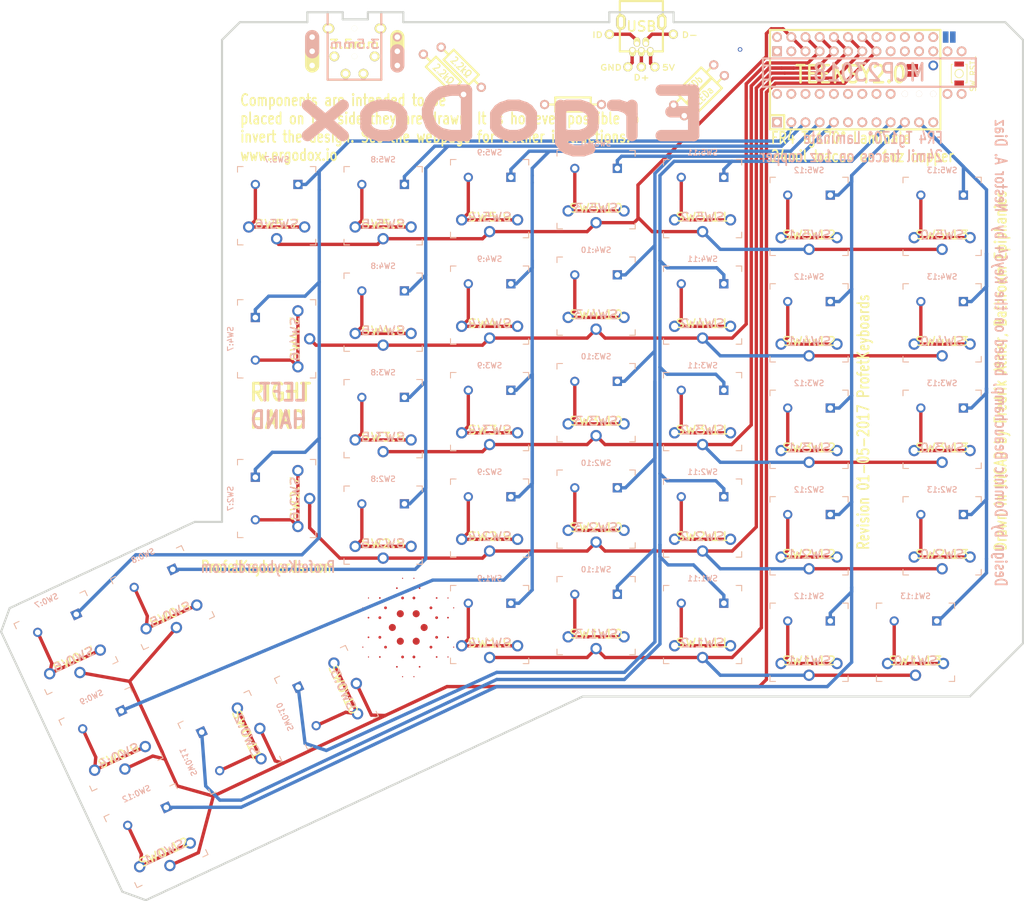
<source format=kicad_pcb>
(kicad_pcb (version 20171130) (host pcbnew "(5.1.5-0-10_14)")
  (layers (0 Front signal) (31 Back signal hide) (34 B.Paste user hide) (35 F.Paste user hide) (36 B.SilkS user hide) (37 F.SilkS user hide) (38 B.Mask user) (39 F.Mask user) (44 Edge.Cuts user))
  (net 0 "")
  (net 1 /COL0)
  (net 2 /COL1)
  (net 3 /COL10)
  (net 4 /COL11)
  (net 5 /COL4)
  (net 6 /COL5)
  (net 7 /COL6)
  (net 8 /LED_A)
  (net 9 /LED_B)
  (net 10 /LED_C)
  (net 11 /ROW0)
  (net 12 /ROW1)
  (net 13 /ROW2)
  (net 14 /ROW3)
  (net 15 /ROW4)
  (net 16 /ROW5)
  (net 17 /SCLM)
  (net 18 /SDAM)
  (net 19 GND)
  (net 20 VCC)
  (net 21 "Net-(J1-Pad1)")
  (net 22 "Net-(J1-Pad2)")
  (net 23 "Net-(J1-Pad3)")
  (net 24 "Net-(J1-Pad4)")
  (net 25 "Net-(J1-Pad5)")
  (net 26 "Net-(LED_A1-Pad1)")
  (net 27 "Net-(LED_B1-Pad1)")
  (net 28 "Net-(LED_C1-Pad1)")
  (net 29 "Net-(SW0:7-Pad2)")
  (net 30 "Net-(SW0:8-Pad2)")
  (net 31 "Net-(SW0:9-Pad2)")
  (net 32 "Net-(SW0:10-Pad2)")
  (net 33 "Net-(SW0:11-Pad2)")
  (net 34 "Net-(SW0:12-Pad2)")
  (net 35 "Net-(SW1:9-Pad2)")
  (net 36 "Net-(SW1:10-Pad2)")
  (net 37 "Net-(SW1:11-Pad2)")
  (net 38 "Net-(SW1:12-Pad2)")
  (net 39 "Net-(SW1:13-Pad2)")
  (net 40 "Net-(SW2:7-Pad2)")
  (net 41 "Net-(SW2:8-Pad2)")
  (net 42 "Net-(SW2:9-Pad2)")
  (net 43 "Net-(SW2:10-Pad2)")
  (net 44 "Net-(SW2:11-Pad2)")
  (net 45 "Net-(SW2:12-Pad2)")
  (net 46 "Net-(SW2:13-Pad2)")
  (net 47 "Net-(SW3:8-Pad2)")
  (net 48 "Net-(SW3:9-Pad2)")
  (net 49 "Net-(SW3:10-Pad2)")
  (net 50 "Net-(SW3:11-Pad2)")
  (net 51 "Net-(SW3:12-Pad2)")
  (net 52 "Net-(SW3:13-Pad2)")
  (net 53 "Net-(SW4:7-Pad2)")
  (net 54 "Net-(SW4:8-Pad2)")
  (net 55 "Net-(SW4:9-Pad2)")
  (net 56 "Net-(SW4:10-Pad2)")
  (net 57 "Net-(SW4:11-Pad2)")
  (net 58 "Net-(SW4:12-Pad2)")
  (net 59 "Net-(SW4:13-Pad2)")
  (net 60 "Net-(SW5:7-Pad2)")
  (net 61 "Net-(SW5:8-Pad2)")
  (net 62 "Net-(SW5:9-Pad2)")
  (net 63 "Net-(SW5:10-Pad2)")
  (net 64 "Net-(SW5:11-Pad2)")
  (net 65 "Net-(SW5:12-Pad2)")
  (net 66 "Net-(SW5:13-Pad2)")
  (net 67 "Net-(U1-Pad12)")
  (net 68 "Net-(U1-Pad19)")
  (net 69 "Net-(U2-Pad14)")
  (net 70 "Net-(U2-Pad17)")
  (net 71 "Net-(U2-Pad18)")
  (net 72 "Net-(U2-Pad19)")
  (net 73 "Net-(U2-Pad27)")
  (net 74 "Net-(U2-Pad28)")
  (net 75 /RST)
  (module DIP28_300 (layer Back) (at 178.435 41.275)
    (fp_text reference U2 hide)
    (fp_text value MCP23018 (at 0 0) (layer B.SilkS) (effects (font (size 3.048 2.54) (thickness 0.4572)) (justify mirror)))
    (pad 2 thru_hole circle (at -13.97 -3.81) (size 1.7526 1.7526) (drill 1.0922) (layers *.Cu *.SilkS *.Mask))
    (pad 3 thru_hole circle (at -11.43 -3.81) (size 1.7526 1.7526) (drill 1.0922) (layers *.Cu *.SilkS *.Mask) (net 16 /ROW5))
    (pad 4 thru_hole circle (at -8.89 -3.81) (size 1.7526 1.7526) (drill 1.0922) (layers *.Cu *.SilkS *.Mask) (net 15 /ROW4))
    (pad 5 thru_hole circle (at -6.35 -3.81) (size 1.7526 1.7526) (drill 1.0922) (layers *.Cu *.SilkS *.Mask) (net 14 /ROW3))
    (pad 6 thru_hole circle (at -3.81 -3.81) (size 1.7526 1.7526) (drill 1.0922) (layers *.Cu *.SilkS *.Mask) (net 13 /ROW2))
    (pad 7 thru_hole circle (at -1.27 -3.81) (size 1.7526 1.7526) (drill 1.0922) (layers *.Cu *.SilkS *.Mask) (net 12 /ROW1))
    (pad 8 thru_hole circle (at 1.27 -3.81) (size 1.7526 1.7526) (drill 1.0922) (layers *.Cu *.SilkS *.Mask) (net 11 /ROW0))
    (pad 9 thru_hole circle (at 3.81 -3.81) (size 1.7526 1.7526) (drill 1.0922) (layers *.Cu *.SilkS *.Mask) (net 9 /LED_B))
    (pad 10 thru_hole circle (at 6.35 -3.81) (size 1.7526 1.7526) (drill 1.0922) (layers *.Cu *.SilkS *.Mask) (net 8 /LED_A))
    (pad 11 thru_hole circle (at 8.89 -3.81) (size 1.7526 1.7526) (drill 1.0922) (layers *.Cu *.SilkS *.Mask) (net 20 VCC))
    (pad 12 thru_hole circle (at 11.43 -3.81) (size 1.7526 1.7526) (drill 1.0922) (layers *.Cu *.SilkS *.Mask) (net 17 /SCLM))
    (pad 13 thru_hole circle (at 13.97 -3.81) (size 1.7526 1.7526) (drill 1.0922) (layers *.Cu *.SilkS *.Mask) (net 18 /SDAM))
    (pad 14 thru_hole circle (at 16.51 -3.81) (size 1.7526 1.7526) (drill 1.0922) (layers *.Cu *.SilkS *.Mask) (net 69 "Net-(U2-Pad14)"))
    (pad 1 thru_hole rect (at -16.51 -3.81) (size 1.7526 1.7526) (drill 1.0922) (layers *.Cu *.SilkS *.Mask) (net 19 GND))
    (pad 15 thru_hole circle (at 16.51 3.81) (size 1.7526 1.7526) (drill 1.0922) (layers *.Cu *.SilkS *.Mask) (net 19 GND))
    (pad 16 thru_hole circle (at 13.97 3.81) (size 1.7526 1.7526) (drill 1.0922) (layers *.Cu *.SilkS *.Mask) (net 20 VCC))
    (pad 17 np_thru_hole circle (at 11.43 3.81) (size 1.0922 1.0922) (drill 1.0922) (layers *.Cu *.SilkS *.Mask) (net 70 "Net-(U2-Pad17)"))
    (pad 18 np_thru_hole circle (at 8.89 3.81) (size 1.0922 1.0922) (drill 1.0922) (layers *.Cu *.SilkS *.Mask) (net 71 "Net-(U2-Pad18)"))
    (pad 19 np_thru_hole circle (at 6.35 3.81) (size 1.0922 1.0922) (drill 1.0922) (layers *.Cu *.SilkS *.Mask) (net 72 "Net-(U2-Pad19)"))
    (pad 20 thru_hole circle (at 3.81 3.81) (size 1.7526 1.7526) (drill 1.0922) (layers *.Cu *.SilkS *.Mask) (net 1 /COL0))
    (pad 21 thru_hole circle (at 1.27 3.81) (size 1.7526 1.7526) (drill 1.0922) (layers *.Cu *.SilkS *.Mask) (net 2 /COL1))
    (pad 22 thru_hole circle (at -1.27 3.81) (size 1.7526 1.7526) (drill 1.0922) (layers *.Cu *.SilkS *.Mask) (net 4 /COL11))
    (pad 23 thru_hole circle (at -3.81 3.81) (size 1.7526 1.7526) (drill 1.0922) (layers *.Cu *.SilkS *.Mask) (net 3 /COL10))
    (pad 24 thru_hole circle (at -6.35 3.81) (size 1.7526 1.7526) (drill 1.0922) (layers *.Cu *.SilkS *.Mask) (net 5 /COL4))
    (pad 25 thru_hole circle (at -8.89 3.81) (size 1.7526 1.7526) (drill 1.0922) (layers *.Cu *.SilkS *.Mask) (net 6 /COL5))
    (pad 26 thru_hole circle (at -11.43 3.81) (size 1.7526 1.7526) (drill 1.0922) (layers *.Cu *.SilkS *.Mask) (net 7 /COL6))
    (pad 27 thru_hole circle (at -13.97 3.81) (size 1.7526 1.7526) (drill 1.0922) (layers *.Cu *.SilkS *.Mask) (net 73 "Net-(U2-Pad27)"))
    (pad 28 thru_hole circle (at -16.51 3.81) (size 1.7526 1.7526) (drill 1.0922) (layers *.Cu *.SilkS *.Mask) (net 74 "Net-(U2-Pad28)"))
  )
  (module switch_footprints:SW_PG1350_reversible (layer Front) (at 191.4525 124.15266)
    (fp_text reference SW2:13 (at 0 3.302) (layer F.SilkS) (effects (font (size 1.524 1.778) (thickness 0.254))))
    (fp_text value SW2:0 (at 0 3.302) (layer B.SilkS) (effects (font (size 1.524 1.778) (thickness 0.254)) (justify mirror)))
    (fp_text user %R (at 0 -8.255) (layer B.SilkS) (effects (justify mirror)))
    (fp_text user %R (at 0 -8.255) (layer B.SilkS) (effects (justify mirror)))
    (pad 3 thru_hole circle (at -3.81 -3.81) (size 1.651 1.651) (drill 0.9906) (layers *.Cu *.Mask) (net 46 "Net-(SW2:13-Pad2)"))
    (pad 4 thru_hole rect (at 3.81 -3.81) (size 1.651 1.651) (drill 0.9906) (layers *.Cu *.Mask) (net 1 /COL0))
    (pad "" np_thru_hole circle (at -5.5 0) (size 1.7018 1.7018) (drill 1.7018) (layers *.Cu *.Mask))
    (pad "" np_thru_hole circle (at 5.5 0) (size 1.7018 1.7018) (drill 1.7018) (layers *.Cu *.Mask))
    (pad 1 thru_hole circle (at 0 5.9) (size 2.032 2.032) (drill 1.27) (layers *.Cu *.Mask) (net 13 /ROW2))
    (pad 2 thru_hole circle (at -5 3.8) (size 2.032 2.032) (drill 1.27) (layers *.Cu *.Mask) (net 46 "Net-(SW2:13-Pad2)"))
    (pad "" np_thru_hole circle (at 0 0) (size 3.429 3.429) (drill 3.429) (layers *.Cu *.Mask))
    (pad 2 thru_hole circle (at 5 3.8) (size 2.032 2.032) (drill 1.27) (layers *.Cu *.Mask) (net 46 "Net-(SW2:13-Pad2)"))
  )
  (module switch_footprints:SW_PG1350_reversible (layer Front) (at 191.4525 67.0052)
    (fp_text reference SW5:13 (at 0 3.302) (layer F.SilkS) (effects (font (size 1.524 1.778) (thickness 0.254))))
    (fp_text value SW5:0 (at 0 3.302) (layer B.SilkS) (effects (font (size 1.524 1.778) (thickness 0.254)) (justify mirror)))
    (fp_text user %R (at 0 -8.255) (layer B.SilkS) (effects (justify mirror)))
    (fp_text user %R (at 0 -8.255) (layer B.SilkS) (effects (justify mirror)))
    (pad 3 thru_hole circle (at -3.81 -3.81) (size 1.651 1.651) (drill 0.9906) (layers *.Cu *.Mask) (net 66 "Net-(SW5:13-Pad2)"))
    (pad 4 thru_hole rect (at 3.81 -3.81) (size 1.651 1.651) (drill 0.9906) (layers *.Cu *.Mask) (net 1 /COL0))
    (pad "" np_thru_hole circle (at -5.5 0) (size 1.7018 1.7018) (drill 1.7018) (layers *.Cu *.Mask))
    (pad "" np_thru_hole circle (at 5.5 0) (size 1.7018 1.7018) (drill 1.7018) (layers *.Cu *.Mask))
    (pad 1 thru_hole circle (at 0 5.9) (size 2.032 2.032) (drill 1.27) (layers *.Cu *.Mask) (net 16 /ROW5))
    (pad 2 thru_hole circle (at -5 3.8) (size 2.032 2.032) (drill 1.27) (layers *.Cu *.Mask) (net 66 "Net-(SW5:13-Pad2)"))
    (pad "" np_thru_hole circle (at 0 0) (size 3.429 3.429) (drill 3.429) (layers *.Cu *.Mask))
    (pad 2 thru_hole circle (at 5 3.8) (size 2.032 2.032) (drill 1.27) (layers *.Cu *.Mask) (net 66 "Net-(SW5:13-Pad2)"))
  )
  (module switch_footprints:SW_PG1350_reversible (layer Front) (at 191.4525 105.10266)
    (fp_text reference SW3:13 (at 0 3.302) (layer F.SilkS) (effects (font (size 1.524 1.778) (thickness 0.254))))
    (fp_text value SW3:0 (at 0 3.302) (layer B.SilkS) (effects (font (size 1.524 1.778) (thickness 0.254)) (justify mirror)))
    (fp_text user %R (at 0 -8.255) (layer B.SilkS) (effects (justify mirror)))
    (fp_text user %R (at 0 -8.255) (layer B.SilkS) (effects (justify mirror)))
    (pad 3 thru_hole circle (at -3.81 -3.81) (size 1.651 1.651) (drill 0.9906) (layers *.Cu *.Mask) (net 52 "Net-(SW3:13-Pad2)"))
    (pad 4 thru_hole rect (at 3.81 -3.81) (size 1.651 1.651) (drill 0.9906) (layers *.Cu *.Mask) (net 1 /COL0))
    (pad "" np_thru_hole circle (at -5.5 0) (size 1.7018 1.7018) (drill 1.7018) (layers *.Cu *.Mask))
    (pad "" np_thru_hole circle (at 5.5 0) (size 1.7018 1.7018) (drill 1.7018) (layers *.Cu *.Mask))
    (pad 1 thru_hole circle (at 0 5.9) (size 2.032 2.032) (drill 1.27) (layers *.Cu *.Mask) (net 14 /ROW3))
    (pad 2 thru_hole circle (at -5 3.8) (size 2.032 2.032) (drill 1.27) (layers *.Cu *.Mask) (net 52 "Net-(SW3:13-Pad2)"))
    (pad "" np_thru_hole circle (at 0 0) (size 3.429 3.429) (drill 3.429) (layers *.Cu *.Mask))
    (pad 2 thru_hole circle (at 5 3.8) (size 2.032 2.032) (drill 1.27) (layers *.Cu *.Mask) (net 52 "Net-(SW3:13-Pad2)"))
  )
  (module switch_footprints:SW_PG1350_reversible (layer Front) (at 191.4525 86.05266)
    (fp_text reference SW4:13 (at 0 3.302) (layer F.SilkS) (effects (font (size 1.524 1.778) (thickness 0.254))))
    (fp_text value SW4:0 (at 0 3.302) (layer B.SilkS) (effects (font (size 1.524 1.778) (thickness 0.254)) (justify mirror)))
    (fp_text user %R (at 0 -8.255) (layer B.SilkS) (effects (justify mirror)))
    (fp_text user %R (at 0 -8.255) (layer B.SilkS) (effects (justify mirror)))
    (pad 3 thru_hole circle (at -3.81 -3.81) (size 1.651 1.651) (drill 0.9906) (layers *.Cu *.Mask) (net 59 "Net-(SW4:13-Pad2)"))
    (pad 4 thru_hole rect (at 3.81 -3.81) (size 1.651 1.651) (drill 0.9906) (layers *.Cu *.Mask) (net 1 /COL0))
    (pad "" np_thru_hole circle (at -5.5 0) (size 1.7018 1.7018) (drill 1.7018) (layers *.Cu *.Mask))
    (pad "" np_thru_hole circle (at 5.5 0) (size 1.7018 1.7018) (drill 1.7018) (layers *.Cu *.Mask))
    (pad 1 thru_hole circle (at 0 5.9) (size 2.032 2.032) (drill 1.27) (layers *.Cu *.Mask) (net 15 /ROW4))
    (pad 2 thru_hole circle (at -5 3.8) (size 2.032 2.032) (drill 1.27) (layers *.Cu *.Mask) (net 59 "Net-(SW4:13-Pad2)"))
    (pad "" np_thru_hole circle (at 0 0) (size 3.429 3.429) (drill 3.429) (layers *.Cu *.Mask))
    (pad 2 thru_hole circle (at 5 3.8) (size 2.032 2.032) (drill 1.27) (layers *.Cu *.Mask) (net 59 "Net-(SW4:13-Pad2)"))
  )
  (module switch_footprints:SW_PG1350_reversible (layer Front) (at 167.64 105.10266)
    (fp_text reference SW3:12 (at 0 3.302) (layer F.SilkS) (effects (font (size 1.524 1.778) (thickness 0.254))))
    (fp_text value SW3:1 (at 0 3.302) (layer B.SilkS) (effects (font (size 1.524 1.778) (thickness 0.254)) (justify mirror)))
    (fp_text user %R (at 0 -8.255) (layer B.SilkS) (effects (justify mirror)))
    (fp_text user %R (at 0 -8.255) (layer B.SilkS) (effects (justify mirror)))
    (pad 3 thru_hole circle (at -3.81 -3.81) (size 1.651 1.651) (drill 0.9906) (layers *.Cu *.Mask) (net 51 "Net-(SW3:12-Pad2)"))
    (pad 4 thru_hole rect (at 3.81 -3.81) (size 1.651 1.651) (drill 0.9906) (layers *.Cu *.Mask) (net 2 /COL1))
    (pad "" np_thru_hole circle (at -5.5 0) (size 1.7018 1.7018) (drill 1.7018) (layers *.Cu *.Mask))
    (pad "" np_thru_hole circle (at 5.5 0) (size 1.7018 1.7018) (drill 1.7018) (layers *.Cu *.Mask))
    (pad 1 thru_hole circle (at 0 5.9) (size 2.032 2.032) (drill 1.27) (layers *.Cu *.Mask) (net 14 /ROW3))
    (pad 2 thru_hole circle (at -5 3.8) (size 2.032 2.032) (drill 1.27) (layers *.Cu *.Mask) (net 51 "Net-(SW3:12-Pad2)"))
    (pad "" np_thru_hole circle (at 0 0) (size 3.429 3.429) (drill 3.429) (layers *.Cu *.Mask))
    (pad 2 thru_hole circle (at 5 3.8) (size 2.032 2.032) (drill 1.27) (layers *.Cu *.Mask) (net 51 "Net-(SW3:12-Pad2)"))
  )
  (module switch_footprints:SW_PG1350_reversible (layer Front) (at 72.39 65.1002)
    (fp_text reference SW5:7 (at 0 3.302) (layer F.SilkS) (effects (font (size 1.524 1.778) (thickness 0.254))))
    (fp_text value SW5:6 (at 0 3.302) (layer B.SilkS) (effects (font (size 1.524 1.778) (thickness 0.254)) (justify mirror)))
    (fp_text user %R (at 0 -8.255) (layer B.SilkS) (effects (justify mirror)))
    (fp_text user %R (at 0 -8.255) (layer B.SilkS) (effects (justify mirror)))
    (pad 3 thru_hole circle (at -3.81 -3.81) (size 1.651 1.651) (drill 0.9906) (layers *.Cu *.Mask) (net 60 "Net-(SW5:7-Pad2)"))
    (pad 4 thru_hole rect (at 3.81 -3.81) (size 1.651 1.651) (drill 0.9906) (layers *.Cu *.Mask) (net 7 /COL6))
    (pad "" np_thru_hole circle (at -5.5 0) (size 1.7018 1.7018) (drill 1.7018) (layers *.Cu *.Mask))
    (pad "" np_thru_hole circle (at 5.5 0) (size 1.7018 1.7018) (drill 1.7018) (layers *.Cu *.Mask))
    (pad 1 thru_hole circle (at 0 5.9) (size 2.032 2.032) (drill 1.27) (layers *.Cu *.Mask) (net 16 /ROW5))
    (pad 2 thru_hole circle (at -5 3.8) (size 2.032 2.032) (drill 1.27) (layers *.Cu *.Mask) (net 60 "Net-(SW5:7-Pad2)"))
    (pad "" np_thru_hole circle (at 0 0) (size 3.429 3.429) (drill 3.429) (layers *.Cu *.Mask))
    (pad 2 thru_hole circle (at 5 3.8) (size 2.032 2.032) (drill 1.27) (layers *.Cu *.Mask) (net 60 "Net-(SW5:7-Pad2)"))
  )
  (module switch_footprints:SW_PG1350_reversible (layer Front) (at 72.39 88.91016 90)
    (fp_text reference SW4:7 (at 0 3.302 90) (layer F.SilkS) (effects (font (size 1.524 1.778) (thickness 0.254))))
    (fp_text value SW4:6 (at 0 3.302 90) (layer B.SilkS) (effects (font (size 1.524 1.778) (thickness 0.254)) (justify mirror)))
    (fp_text user %R (at 0 -8.255 90) (layer B.SilkS) (effects (justify mirror)))
    (fp_text user %R (at 0 -8.255 90) (layer B.SilkS) (effects (justify mirror)))
    (pad 3 thru_hole circle (at -3.81 -3.81 90) (size 1.651 1.651) (drill 0.9906) (layers *.Cu *.Mask) (net 53 "Net-(SW4:7-Pad2)"))
    (pad 4 thru_hole rect (at 3.81 -3.81 90) (size 1.651 1.651) (drill 0.9906) (layers *.Cu *.Mask) (net 7 /COL6))
    (pad "" np_thru_hole circle (at -5.5 0 90) (size 1.7018 1.7018) (drill 1.7018) (layers *.Cu *.Mask))
    (pad "" np_thru_hole circle (at 5.5 0 90) (size 1.7018 1.7018) (drill 1.7018) (layers *.Cu *.Mask))
    (pad 1 thru_hole circle (at 0 5.9 90) (size 2.032 2.032) (drill 1.27) (layers *.Cu *.Mask) (net 15 /ROW4))
    (pad 2 thru_hole circle (at -5 3.8 90) (size 2.032 2.032) (drill 1.27) (layers *.Cu *.Mask) (net 53 "Net-(SW4:7-Pad2)"))
    (pad "" np_thru_hole circle (at 0 0 90) (size 3.429 3.429) (drill 3.429) (layers *.Cu *.Mask))
    (pad 2 thru_hole circle (at 5 3.8 90) (size 2.032 2.032) (drill 1.27) (layers *.Cu *.Mask) (net 53 "Net-(SW4:7-Pad2)"))
  )
  (module switch_footprints:SW_PG1350_reversible (layer Front) (at 72.39 117.48516 90)
    (fp_text reference SW2:7 (at 0 3.302 90) (layer F.SilkS) (effects (font (size 1.524 1.778) (thickness 0.254))))
    (fp_text value SW2:6 (at 0 3.302 90) (layer B.SilkS) (effects (font (size 1.524 1.778) (thickness 0.254)) (justify mirror)))
    (fp_text user %R (at 0 -8.255 90) (layer B.SilkS) (effects (justify mirror)))
    (fp_text user %R (at 0 -8.255 90) (layer B.SilkS) (effects (justify mirror)))
    (pad 3 thru_hole circle (at -3.81 -3.81 90) (size 1.651 1.651) (drill 0.9906) (layers *.Cu *.Mask) (net 40 "Net-(SW2:7-Pad2)"))
    (pad 4 thru_hole rect (at 3.81 -3.81 90) (size 1.651 1.651) (drill 0.9906) (layers *.Cu *.Mask) (net 7 /COL6))
    (pad "" np_thru_hole circle (at -5.5 0 90) (size 1.7018 1.7018) (drill 1.7018) (layers *.Cu *.Mask))
    (pad "" np_thru_hole circle (at 5.5 0 90) (size 1.7018 1.7018) (drill 1.7018) (layers *.Cu *.Mask))
    (pad 1 thru_hole circle (at 0 5.9 90) (size 2.032 2.032) (drill 1.27) (layers *.Cu *.Mask) (net 13 /ROW2))
    (pad 2 thru_hole circle (at -5 3.8 90) (size 2.032 2.032) (drill 1.27) (layers *.Cu *.Mask) (net 40 "Net-(SW2:7-Pad2)"))
    (pad "" np_thru_hole circle (at 0 0 90) (size 3.429 3.429) (drill 3.429) (layers *.Cu *.Mask))
    (pad 2 thru_hole circle (at 5 3.8 90) (size 2.032 2.032) (drill 1.27) (layers *.Cu *.Mask) (net 40 "Net-(SW2:7-Pad2)"))
  )
  (module switch_footprints:SW_PG1350_reversible (layer Front) (at 186.69 143.20266)
    (fp_text reference SW1:13 (at 0 3.302) (layer F.SilkS) (effects (font (size 1.524 1.778) (thickness 0.254))))
    (fp_text value SW1:0 (at 0 3.302) (layer B.SilkS) (effects (font (size 1.524 1.778) (thickness 0.254)) (justify mirror)))
    (fp_text user %R (at 0 -8.255) (layer B.SilkS) (effects (justify mirror)))
    (fp_text user %R (at 0 -8.255) (layer B.SilkS) (effects (justify mirror)))
    (pad 3 thru_hole circle (at -3.81 -3.81) (size 1.651 1.651) (drill 0.9906) (layers *.Cu *.Mask) (net 39 "Net-(SW1:13-Pad2)"))
    (pad 4 thru_hole rect (at 3.81 -3.81) (size 1.651 1.651) (drill 0.9906) (layers *.Cu *.Mask) (net 1 /COL0))
    (pad "" np_thru_hole circle (at -5.5 0) (size 1.7018 1.7018) (drill 1.7018) (layers *.Cu *.Mask))
    (pad "" np_thru_hole circle (at 5.5 0) (size 1.7018 1.7018) (drill 1.7018) (layers *.Cu *.Mask))
    (pad 1 thru_hole circle (at 0 5.9) (size 2.032 2.032) (drill 1.27) (layers *.Cu *.Mask) (net 12 /ROW1))
    (pad 2 thru_hole circle (at -5 3.8) (size 2.032 2.032) (drill 1.27) (layers *.Cu *.Mask) (net 39 "Net-(SW1:13-Pad2)"))
    (pad "" np_thru_hole circle (at 0 0) (size 3.429 3.429) (drill 3.429) (layers *.Cu *.Mask))
    (pad 2 thru_hole circle (at 5 3.8) (size 2.032 2.032) (drill 1.27) (layers *.Cu *.Mask) (net 39 "Net-(SW1:13-Pad2)"))
  )
  (module switch_footprints:SW_PG1350_reversible (layer Front) (at 91.44 84.14766)
    (fp_text reference SW4:8 (at 0 3.302) (layer F.SilkS) (effects (font (size 1.524 1.778) (thickness 0.254))))
    (fp_text value SW4:5 (at 0 3.302) (layer B.SilkS) (effects (font (size 1.524 1.778) (thickness 0.254)) (justify mirror)))
    (fp_text user %R (at 0 -8.255) (layer B.SilkS) (effects (justify mirror)))
    (fp_text user %R (at 0 -8.255) (layer B.SilkS) (effects (justify mirror)))
    (pad 3 thru_hole circle (at -3.81 -3.81) (size 1.651 1.651) (drill 0.9906) (layers *.Cu *.Mask) (net 54 "Net-(SW4:8-Pad2)"))
    (pad 4 thru_hole rect (at 3.81 -3.81) (size 1.651 1.651) (drill 0.9906) (layers *.Cu *.Mask) (net 6 /COL5))
    (pad "" np_thru_hole circle (at -5.5 0) (size 1.7018 1.7018) (drill 1.7018) (layers *.Cu *.Mask))
    (pad "" np_thru_hole circle (at 5.5 0) (size 1.7018 1.7018) (drill 1.7018) (layers *.Cu *.Mask))
    (pad 1 thru_hole circle (at 0 5.9) (size 2.032 2.032) (drill 1.27) (layers *.Cu *.Mask) (net 15 /ROW4))
    (pad 2 thru_hole circle (at -5 3.8) (size 2.032 2.032) (drill 1.27) (layers *.Cu *.Mask) (net 54 "Net-(SW4:8-Pad2)"))
    (pad "" np_thru_hole circle (at 0 0) (size 3.429 3.429) (drill 3.429) (layers *.Cu *.Mask))
    (pad 2 thru_hole circle (at 5 3.8) (size 2.032 2.032) (drill 1.27) (layers *.Cu *.Mask) (net 54 "Net-(SW4:8-Pad2)"))
  )
  (module switch_footprints:SW_PG1350_reversible (layer Front) (at 42.7482 160.53308 25)
    (fp_text reference SW0:9 (at 0.000001 3.302 25) (layer F.SilkS) (effects (font (size 1.524 1.778) (thickness 0.254))))
    (fp_text value SW0:4 (at 0.000001 3.302 25) (layer B.SilkS) (effects (font (size 1.524 1.778) (thickness 0.254)) (justify mirror)))
    (fp_text user %R (at 0 -8.255 25) (layer B.SilkS) (effects (justify mirror)))
    (fp_text user %R (at 0 -8.255 25) (layer B.SilkS) (effects (justify mirror)))
    (pad 3 thru_hole circle (at -3.81 -3.81 25) (size 1.651 1.651) (drill 0.9906) (layers *.Cu *.Mask) (net 31 "Net-(SW0:9-Pad2)"))
    (pad 4 thru_hole rect (at 3.81 -3.81 25) (size 1.651 1.651) (drill 0.9906) (layers *.Cu *.Mask) (net 5 /COL4))
    (pad "" np_thru_hole circle (at -5.5 0 25) (size 1.7018 1.7018) (drill 1.7018) (layers *.Cu *.Mask))
    (pad "" np_thru_hole circle (at 5.5 0 25) (size 1.7018 1.7018) (drill 1.7018) (layers *.Cu *.Mask))
    (pad 1 thru_hole circle (at 0 5.9 25) (size 2.032 2.032) (drill 1.27) (layers *.Cu *.Mask) (net 11 /ROW0))
    (pad 2 thru_hole circle (at -5 3.8 25) (size 2.032 2.032) (drill 1.27) (layers *.Cu *.Mask) (net 31 "Net-(SW0:9-Pad2)"))
    (pad "" np_thru_hole circle (at 0 0 25) (size 3.429 3.429) (drill 3.429) (layers *.Cu *.Mask))
    (pad 2 thru_hole circle (at 5 3.8 25) (size 2.032 2.032) (drill 1.27) (layers *.Cu *.Mask) (net 31 "Net-(SW0:9-Pad2)"))
  )
  (module switch_footprints:SW_PG1350_reversible (layer Front) (at 50.8 177.8 25)
    (fp_text reference SW0:12 (at 0.000001 3.302 25) (layer F.SilkS) (effects (font (size 1.524 1.778) (thickness 0.254))))
    (fp_text value SW0:1 (at 0.000001 3.302 25) (layer B.SilkS) (effects (font (size 1.524 1.778) (thickness 0.254)) (justify mirror)))
    (fp_text user %R (at 0 -8.255 25) (layer B.SilkS) (effects (justify mirror)))
    (fp_text user %R (at 0 -8.255 25) (layer B.SilkS) (effects (justify mirror)))
    (pad 3 thru_hole circle (at -3.81 -3.81 25) (size 1.651 1.651) (drill 0.9906) (layers *.Cu *.Mask) (net 34 "Net-(SW0:12-Pad2)"))
    (pad 4 thru_hole rect (at 3.81 -3.81 25) (size 1.651 1.651) (drill 0.9906) (layers *.Cu *.Mask) (net 2 /COL1))
    (pad "" np_thru_hole circle (at -5.5 0 25) (size 1.7018 1.7018) (drill 1.7018) (layers *.Cu *.Mask))
    (pad "" np_thru_hole circle (at 5.5 0 25) (size 1.7018 1.7018) (drill 1.7018) (layers *.Cu *.Mask))
    (pad 1 thru_hole circle (at 0 5.9 25) (size 2.032 2.032) (drill 1.27) (layers *.Cu *.Mask) (net 11 /ROW0))
    (pad 2 thru_hole circle (at -5 3.8 25) (size 2.032 2.032) (drill 1.27) (layers *.Cu *.Mask) (net 34 "Net-(SW0:12-Pad2)"))
    (pad "" np_thru_hole circle (at 0 0 25) (size 3.429 3.429) (drill 3.429) (layers *.Cu *.Mask))
    (pad 2 thru_hole circle (at 5 3.8 25) (size 2.032 2.032) (drill 1.27) (layers *.Cu *.Mask) (net 34 "Net-(SW0:12-Pad2)"))
  )
  (module switch_footprints:SW_PG1350_reversible (layer Front) (at 34.69894 143.2687 25)
    (fp_text reference SW0:7 (at 0.000001 3.302 25) (layer F.SilkS) (effects (font (size 1.524 1.778) (thickness 0.254))))
    (fp_text value SW0:6 (at 0.000001 3.302 25) (layer B.SilkS) (effects (font (size 1.524 1.778) (thickness 0.254)) (justify mirror)))
    (fp_text user %R (at 0 -8.255 25) (layer B.SilkS) (effects (justify mirror)))
    (fp_text user %R (at 0 -8.255 25) (layer B.SilkS) (effects (justify mirror)))
    (pad 3 thru_hole circle (at -3.81 -3.81 25) (size 1.651 1.651) (drill 0.9906) (layers *.Cu *.Mask) (net 29 "Net-(SW0:7-Pad2)"))
    (pad 4 thru_hole rect (at 3.81 -3.81 25) (size 1.651 1.651) (drill 0.9906) (layers *.Cu *.Mask) (net 7 /COL6))
    (pad "" np_thru_hole circle (at -5.5 0 25) (size 1.7018 1.7018) (drill 1.7018) (layers *.Cu *.Mask))
    (pad "" np_thru_hole circle (at 5.5 0 25) (size 1.7018 1.7018) (drill 1.7018) (layers *.Cu *.Mask))
    (pad 1 thru_hole circle (at 0 5.9 25) (size 2.032 2.032) (drill 1.27) (layers *.Cu *.Mask) (net 11 /ROW0))
    (pad 2 thru_hole circle (at -5 3.8 25) (size 2.032 2.032) (drill 1.27) (layers *.Cu *.Mask) (net 29 "Net-(SW0:7-Pad2)"))
    (pad "" np_thru_hole circle (at 0 0 25) (size 3.429 3.429) (drill 3.429) (layers *.Cu *.Mask))
    (pad 2 thru_hole circle (at 5 3.8 25) (size 2.032 2.032) (drill 1.27) (layers *.Cu *.Mask) (net 29 "Net-(SW0:7-Pad2)"))
  )
  (module switch_footprints:SW_PG1350_reversible (layer Front) (at 51.96332 135.21944 25)
    (fp_text reference SW0:8 (at 0.000001 3.302 25) (layer F.SilkS) (effects (font (size 1.524 1.778) (thickness 0.254))))
    (fp_text value SW0:5 (at 0.000001 3.302 25) (layer B.SilkS) (effects (font (size 1.524 1.778) (thickness 0.254)) (justify mirror)))
    (fp_text user %R (at 0 -8.255 25) (layer B.SilkS) (effects (justify mirror)))
    (fp_text user %R (at 0 -8.255 25) (layer B.SilkS) (effects (justify mirror)))
    (pad 2 thru_hole circle (at 5 3.8 25) (size 2.032 2.032) (drill 1.27) (layers *.Cu *.Mask) (net 30 "Net-(SW0:8-Pad2)"))
    (pad "" np_thru_hole circle (at 0 0 25) (size 3.429 3.429) (drill 3.429) (layers *.Cu *.Mask))
    (pad 2 thru_hole circle (at -5 3.8 25) (size 2.032 2.032) (drill 1.27) (layers *.Cu *.Mask) (net 30 "Net-(SW0:8-Pad2)"))
    (pad 1 thru_hole circle (at 0 5.9 25) (size 2.032 2.032) (drill 1.27) (layers *.Cu *.Mask) (net 11 /ROW0))
    (pad "" np_thru_hole circle (at 5.5 0 25) (size 1.7018 1.7018) (drill 1.7018) (layers *.Cu *.Mask))
    (pad "" np_thru_hole circle (at -5.5 0 25) (size 1.7018 1.7018) (drill 1.7018) (layers *.Cu *.Mask))
    (pad 4 thru_hole rect (at 3.81 -3.81 25) (size 1.651 1.651) (drill 0.9906) (layers *.Cu *.Mask) (net 6 /COL5))
    (pad 3 thru_hole circle (at -3.81 -3.81 25) (size 1.651 1.651) (drill 0.9906) (layers *.Cu *.Mask) (net 30 "Net-(SW0:8-Pad2)"))
  )
  (module switch_footprints:SW_PG1350_reversible (layer Front) (at 167.64 67.0052)
    (fp_text reference SW5:12 (at 0 3.302) (layer F.SilkS) (effects (font (size 1.524 1.778) (thickness 0.254))))
    (fp_text value SW5:1 (at 0 3.302) (layer B.SilkS) (effects (font (size 1.524 1.778) (thickness 0.254)) (justify mirror)))
    (fp_text user %R (at 0 -8.255) (layer B.SilkS) (effects (justify mirror)))
    (fp_text user %R (at 0 -8.255) (layer B.SilkS) (effects (justify mirror)))
    (pad 3 thru_hole circle (at -3.81 -3.81) (size 1.651 1.651) (drill 0.9906) (layers *.Cu *.Mask) (net 65 "Net-(SW5:12-Pad2)"))
    (pad 4 thru_hole rect (at 3.81 -3.81) (size 1.651 1.651) (drill 0.9906) (layers *.Cu *.Mask) (net 2 /COL1))
    (pad "" np_thru_hole circle (at -5.5 0) (size 1.7018 1.7018) (drill 1.7018) (layers *.Cu *.Mask))
    (pad "" np_thru_hole circle (at 5.5 0) (size 1.7018 1.7018) (drill 1.7018) (layers *.Cu *.Mask))
    (pad 1 thru_hole circle (at 0 5.9) (size 2.032 2.032) (drill 1.27) (layers *.Cu *.Mask) (net 16 /ROW5))
    (pad 2 thru_hole circle (at -5 3.8) (size 2.032 2.032) (drill 1.27) (layers *.Cu *.Mask) (net 65 "Net-(SW5:12-Pad2)"))
    (pad "" np_thru_hole circle (at 0 0) (size 3.429 3.429) (drill 3.429) (layers *.Cu *.Mask))
    (pad 2 thru_hole circle (at 5 3.8) (size 2.032 2.032) (drill 1.27) (layers *.Cu *.Mask) (net 65 "Net-(SW5:12-Pad2)"))
  )
  (module switch_footprints:SW_PG1350_reversible (layer Front) (at 148.59 63.82766)
    (fp_text reference SW5:11 (at 0 3.302) (layer F.SilkS) (effects (font (size 1.524 1.778) (thickness 0.254))))
    (fp_text value SW5:2 (at 0 3.302) (layer B.SilkS) (effects (font (size 1.524 1.778) (thickness 0.254)) (justify mirror)))
    (fp_text user %R (at 0 -8.255) (layer B.SilkS) (effects (justify mirror)))
    (fp_text user %R (at 0 -8.255) (layer B.SilkS) (effects (justify mirror)))
    (pad 3 thru_hole circle (at -3.81 -3.81) (size 1.651 1.651) (drill 0.9906) (layers *.Cu *.Mask) (net 64 "Net-(SW5:11-Pad2)"))
    (pad 4 thru_hole rect (at 3.81 -3.81) (size 1.651 1.651) (drill 0.9906) (layers *.Cu *.Mask) (net 4 /COL11))
    (pad "" np_thru_hole circle (at -5.5 0) (size 1.7018 1.7018) (drill 1.7018) (layers *.Cu *.Mask))
    (pad "" np_thru_hole circle (at 5.5 0) (size 1.7018 1.7018) (drill 1.7018) (layers *.Cu *.Mask))
    (pad 1 thru_hole circle (at 0 5.9) (size 2.032 2.032) (drill 1.27) (layers *.Cu *.Mask) (net 16 /ROW5))
    (pad 2 thru_hole circle (at -5 3.8) (size 2.032 2.032) (drill 1.27) (layers *.Cu *.Mask) (net 64 "Net-(SW5:11-Pad2)"))
    (pad "" np_thru_hole circle (at 0 0) (size 3.429 3.429) (drill 3.429) (layers *.Cu *.Mask))
    (pad 2 thru_hole circle (at 5 3.8) (size 2.032 2.032) (drill 1.27) (layers *.Cu *.Mask) (net 64 "Net-(SW5:11-Pad2)"))
  )
  (module switch_footprints:SW_PG1350_reversible (layer Front) (at 129.54 62.23)
    (fp_text reference SW5:10 (at 0 3.302) (layer F.SilkS) (effects (font (size 1.524 1.778) (thickness 0.254))))
    (fp_text value SW5:3 (at 0 3.302) (layer B.SilkS) (effects (font (size 1.524 1.778) (thickness 0.254)) (justify mirror)))
    (fp_text user %R (at 0 -8.255) (layer B.SilkS) (effects (justify mirror)))
    (fp_text user %R (at 0 -8.255) (layer B.SilkS) (effects (justify mirror)))
    (pad 3 thru_hole circle (at -3.81 -3.81) (size 1.651 1.651) (drill 0.9906) (layers *.Cu *.Mask) (net 63 "Net-(SW5:10-Pad2)"))
    (pad 4 thru_hole rect (at 3.81 -3.81) (size 1.651 1.651) (drill 0.9906) (layers *.Cu *.Mask) (net 3 /COL10))
    (pad "" np_thru_hole circle (at -5.5 0) (size 1.7018 1.7018) (drill 1.7018) (layers *.Cu *.Mask))
    (pad "" np_thru_hole circle (at 5.5 0) (size 1.7018 1.7018) (drill 1.7018) (layers *.Cu *.Mask))
    (pad 1 thru_hole circle (at 0 5.9) (size 2.032 2.032) (drill 1.27) (layers *.Cu *.Mask) (net 16 /ROW5))
    (pad 2 thru_hole circle (at -5 3.8) (size 2.032 2.032) (drill 1.27) (layers *.Cu *.Mask) (net 63 "Net-(SW5:10-Pad2)"))
    (pad "" np_thru_hole circle (at 0 0) (size 3.429 3.429) (drill 3.429) (layers *.Cu *.Mask))
    (pad 2 thru_hole circle (at 5 3.8) (size 2.032 2.032) (drill 1.27) (layers *.Cu *.Mask) (net 63 "Net-(SW5:10-Pad2)"))
  )
  (module switch_footprints:SW_PG1350_reversible (layer Front) (at 110.49 63.82766)
    (fp_text reference SW5:9 (at 0 3.302) (layer F.SilkS) (effects (font (size 1.524 1.778) (thickness 0.254))))
    (fp_text value SW5:4 (at 0 3.302) (layer B.SilkS) (effects (font (size 1.524 1.778) (thickness 0.254)) (justify mirror)))
    (fp_text user %R (at 0 -8.255) (layer B.SilkS) (effects (justify mirror)))
    (fp_text user %R (at 0 -8.255) (layer B.SilkS) (effects (justify mirror)))
    (pad 3 thru_hole circle (at -3.81 -3.81) (size 1.651 1.651) (drill 0.9906) (layers *.Cu *.Mask) (net 62 "Net-(SW5:9-Pad2)"))
    (pad 4 thru_hole rect (at 3.81 -3.81) (size 1.651 1.651) (drill 0.9906) (layers *.Cu *.Mask) (net 5 /COL4))
    (pad "" np_thru_hole circle (at -5.5 0) (size 1.7018 1.7018) (drill 1.7018) (layers *.Cu *.Mask))
    (pad "" np_thru_hole circle (at 5.5 0) (size 1.7018 1.7018) (drill 1.7018) (layers *.Cu *.Mask))
    (pad 1 thru_hole circle (at 0 5.9) (size 2.032 2.032) (drill 1.27) (layers *.Cu *.Mask) (net 16 /ROW5))
    (pad 2 thru_hole circle (at -5 3.8) (size 2.032 2.032) (drill 1.27) (layers *.Cu *.Mask) (net 62 "Net-(SW5:9-Pad2)"))
    (pad "" np_thru_hole circle (at 0 0) (size 3.429 3.429) (drill 3.429) (layers *.Cu *.Mask))
    (pad 2 thru_hole circle (at 5 3.8) (size 2.032 2.032) (drill 1.27) (layers *.Cu *.Mask) (net 62 "Net-(SW5:9-Pad2)"))
  )
  (module switch_footprints:SW_PG1350_reversible (layer Front) (at 148.59 140.02766)
    (fp_text reference SW1:11 (at 0 3.302) (layer F.SilkS) (effects (font (size 1.524 1.778) (thickness 0.254))))
    (fp_text value SW1:2 (at 0 3.302) (layer B.SilkS) (effects (font (size 1.524 1.778) (thickness 0.254)) (justify mirror)))
    (fp_text user %R (at 0 -8.255) (layer B.SilkS) (effects (justify mirror)))
    (fp_text user %R (at 0 -8.255) (layer B.SilkS) (effects (justify mirror)))
    (pad 3 thru_hole circle (at -3.81 -3.81) (size 1.651 1.651) (drill 0.9906) (layers *.Cu *.Mask) (net 37 "Net-(SW1:11-Pad2)"))
    (pad 4 thru_hole rect (at 3.81 -3.81) (size 1.651 1.651) (drill 0.9906) (layers *.Cu *.Mask) (net 4 /COL11))
    (pad "" np_thru_hole circle (at -5.5 0) (size 1.7018 1.7018) (drill 1.7018) (layers *.Cu *.Mask))
    (pad "" np_thru_hole circle (at 5.5 0) (size 1.7018 1.7018) (drill 1.7018) (layers *.Cu *.Mask))
    (pad 1 thru_hole circle (at 0 5.9) (size 2.032 2.032) (drill 1.27) (layers *.Cu *.Mask) (net 12 /ROW1))
    (pad 2 thru_hole circle (at -5 3.8) (size 2.032 2.032) (drill 1.27) (layers *.Cu *.Mask) (net 37 "Net-(SW1:11-Pad2)"))
    (pad "" np_thru_hole circle (at 0 0) (size 3.429 3.429) (drill 3.429) (layers *.Cu *.Mask))
    (pad 2 thru_hole circle (at 5 3.8) (size 2.032 2.032) (drill 1.27) (layers *.Cu *.Mask) (net 37 "Net-(SW1:11-Pad2)"))
  )
  (module switch_footprints:SW_PG1350_reversible (layer Front) (at 167.64 86.05266)
    (fp_text reference SW4:12 (at 0 3.302) (layer F.SilkS) (effects (font (size 1.524 1.778) (thickness 0.254))))
    (fp_text value SW4:1 (at 0 3.302) (layer B.SilkS) (effects (font (size 1.524 1.778) (thickness 0.254)) (justify mirror)))
    (fp_text user %R (at 0 -8.255) (layer B.SilkS) (effects (justify mirror)))
    (fp_text user %R (at 0 -8.255) (layer B.SilkS) (effects (justify mirror)))
    (pad 3 thru_hole circle (at -3.81 -3.81) (size 1.651 1.651) (drill 0.9906) (layers *.Cu *.Mask) (net 58 "Net-(SW4:12-Pad2)"))
    (pad 4 thru_hole rect (at 3.81 -3.81) (size 1.651 1.651) (drill 0.9906) (layers *.Cu *.Mask) (net 2 /COL1))
    (pad "" np_thru_hole circle (at -5.5 0) (size 1.7018 1.7018) (drill 1.7018) (layers *.Cu *.Mask))
    (pad "" np_thru_hole circle (at 5.5 0) (size 1.7018 1.7018) (drill 1.7018) (layers *.Cu *.Mask))
    (pad 1 thru_hole circle (at 0 5.9) (size 2.032 2.032) (drill 1.27) (layers *.Cu *.Mask) (net 15 /ROW4))
    (pad 2 thru_hole circle (at -5 3.8) (size 2.032 2.032) (drill 1.27) (layers *.Cu *.Mask) (net 58 "Net-(SW4:12-Pad2)"))
    (pad "" np_thru_hole circle (at 0 0) (size 3.429 3.429) (drill 3.429) (layers *.Cu *.Mask))
    (pad 2 thru_hole circle (at 5 3.8) (size 2.032 2.032) (drill 1.27) (layers *.Cu *.Mask) (net 58 "Net-(SW4:12-Pad2)"))
  )
  (module switch_footprints:SW_PG1350_reversible (layer Front) (at 129.54 81.28)
    (fp_text reference SW4:10 (at 0 3.302) (layer F.SilkS) (effects (font (size 1.524 1.778) (thickness 0.254))))
    (fp_text value SW4:3 (at 0 3.302) (layer B.SilkS) (effects (font (size 1.524 1.778) (thickness 0.254)) (justify mirror)))
    (fp_text user %R (at 0 -8.255) (layer B.SilkS) (effects (justify mirror)))
    (fp_text user %R (at 0 -8.255) (layer B.SilkS) (effects (justify mirror)))
    (pad 3 thru_hole circle (at -3.81 -3.81) (size 1.651 1.651) (drill 0.9906) (layers *.Cu *.Mask) (net 56 "Net-(SW4:10-Pad2)"))
    (pad 4 thru_hole rect (at 3.81 -3.81) (size 1.651 1.651) (drill 0.9906) (layers *.Cu *.Mask) (net 3 /COL10))
    (pad "" np_thru_hole circle (at -5.5 0) (size 1.7018 1.7018) (drill 1.7018) (layers *.Cu *.Mask))
    (pad "" np_thru_hole circle (at 5.5 0) (size 1.7018 1.7018) (drill 1.7018) (layers *.Cu *.Mask))
    (pad 1 thru_hole circle (at 0 5.9) (size 2.032 2.032) (drill 1.27) (layers *.Cu *.Mask) (net 15 /ROW4))
    (pad 2 thru_hole circle (at -5 3.8) (size 2.032 2.032) (drill 1.27) (layers *.Cu *.Mask) (net 56 "Net-(SW4:10-Pad2)"))
    (pad "" np_thru_hole circle (at 0 0) (size 3.429 3.429) (drill 3.429) (layers *.Cu *.Mask))
    (pad 2 thru_hole circle (at 5 3.8) (size 2.032 2.032) (drill 1.27) (layers *.Cu *.Mask) (net 56 "Net-(SW4:10-Pad2)"))
  )
  (module switch_footprints:SW_PG1350_reversible (layer Front) (at 110.49 82.87766)
    (fp_text reference SW4:9 (at 0 3.302) (layer F.SilkS) (effects (font (size 1.524 1.778) (thickness 0.254))))
    (fp_text value SW4:4 (at 0 3.302) (layer B.SilkS) (effects (font (size 1.524 1.778) (thickness 0.254)) (justify mirror)))
    (fp_text user %R (at 0 -8.255) (layer B.SilkS) (effects (justify mirror)))
    (fp_text user %R (at 0 -8.255) (layer B.SilkS) (effects (justify mirror)))
    (pad 3 thru_hole circle (at -3.81 -3.81) (size 1.651 1.651) (drill 0.9906) (layers *.Cu *.Mask) (net 55 "Net-(SW4:9-Pad2)"))
    (pad 4 thru_hole rect (at 3.81 -3.81) (size 1.651 1.651) (drill 0.9906) (layers *.Cu *.Mask) (net 5 /COL4))
    (pad "" np_thru_hole circle (at -5.5 0) (size 1.7018 1.7018) (drill 1.7018) (layers *.Cu *.Mask))
    (pad "" np_thru_hole circle (at 5.5 0) (size 1.7018 1.7018) (drill 1.7018) (layers *.Cu *.Mask))
    (pad 1 thru_hole circle (at 0 5.9) (size 2.032 2.032) (drill 1.27) (layers *.Cu *.Mask) (net 15 /ROW4))
    (pad 2 thru_hole circle (at -5 3.8) (size 2.032 2.032) (drill 1.27) (layers *.Cu *.Mask) (net 55 "Net-(SW4:9-Pad2)"))
    (pad "" np_thru_hole circle (at 0 0) (size 3.429 3.429) (drill 3.429) (layers *.Cu *.Mask))
    (pad 2 thru_hole circle (at 5 3.8) (size 2.032 2.032) (drill 1.27) (layers *.Cu *.Mask) (net 55 "Net-(SW4:9-Pad2)"))
  )
  (module switch_footprints:SW_PG1350_reversible (layer Front) (at 148.59 101.92766)
    (fp_text reference SW3:11 (at 0 3.302) (layer F.SilkS) (effects (font (size 1.524 1.778) (thickness 0.254))))
    (fp_text value SW3:2 (at 0 3.302) (layer B.SilkS) (effects (font (size 1.524 1.778) (thickness 0.254)) (justify mirror)))
    (fp_text user %R (at 0 -8.255) (layer B.SilkS) (effects (justify mirror)))
    (fp_text user %R (at 0 -8.255) (layer B.SilkS) (effects (justify mirror)))
    (pad 3 thru_hole circle (at -3.81 -3.81) (size 1.651 1.651) (drill 0.9906) (layers *.Cu *.Mask) (net 50 "Net-(SW3:11-Pad2)"))
    (pad 4 thru_hole rect (at 3.81 -3.81) (size 1.651 1.651) (drill 0.9906) (layers *.Cu *.Mask) (net 4 /COL11))
    (pad "" np_thru_hole circle (at -5.5 0) (size 1.7018 1.7018) (drill 1.7018) (layers *.Cu *.Mask))
    (pad "" np_thru_hole circle (at 5.5 0) (size 1.7018 1.7018) (drill 1.7018) (layers *.Cu *.Mask))
    (pad 1 thru_hole circle (at 0 5.9) (size 2.032 2.032) (drill 1.27) (layers *.Cu *.Mask) (net 14 /ROW3))
    (pad 2 thru_hole circle (at -5 3.8) (size 2.032 2.032) (drill 1.27) (layers *.Cu *.Mask) (net 50 "Net-(SW3:11-Pad2)"))
    (pad "" np_thru_hole circle (at 0 0) (size 3.429 3.429) (drill 3.429) (layers *.Cu *.Mask))
    (pad 2 thru_hole circle (at 5 3.8) (size 2.032 2.032) (drill 1.27) (layers *.Cu *.Mask) (net 50 "Net-(SW3:11-Pad2)"))
  )
  (module switch_footprints:SW_PG1350_reversible (layer Front) (at 129.54 100.33)
    (fp_text reference SW3:10 (at 0 3.302) (layer F.SilkS) (effects (font (size 1.524 1.778) (thickness 0.254))))
    (fp_text value SW3:3 (at 0 3.302) (layer B.SilkS) (effects (font (size 1.524 1.778) (thickness 0.254)) (justify mirror)))
    (fp_text user %R (at 0 -8.255) (layer B.SilkS) (effects (justify mirror)))
    (fp_text user %R (at 0 -8.255) (layer B.SilkS) (effects (justify mirror)))
    (pad 3 thru_hole circle (at -3.81 -3.81) (size 1.651 1.651) (drill 0.9906) (layers *.Cu *.Mask) (net 49 "Net-(SW3:10-Pad2)"))
    (pad 4 thru_hole rect (at 3.81 -3.81) (size 1.651 1.651) (drill 0.9906) (layers *.Cu *.Mask) (net 3 /COL10))
    (pad "" np_thru_hole circle (at -5.5 0) (size 1.7018 1.7018) (drill 1.7018) (layers *.Cu *.Mask))
    (pad "" np_thru_hole circle (at 5.5 0) (size 1.7018 1.7018) (drill 1.7018) (layers *.Cu *.Mask))
    (pad 1 thru_hole circle (at 0 5.9) (size 2.032 2.032) (drill 1.27) (layers *.Cu *.Mask) (net 14 /ROW3))
    (pad 2 thru_hole circle (at -5 3.8) (size 2.032 2.032) (drill 1.27) (layers *.Cu *.Mask) (net 49 "Net-(SW3:10-Pad2)"))
    (pad "" np_thru_hole circle (at 0 0) (size 3.429 3.429) (drill 3.429) (layers *.Cu *.Mask))
    (pad 2 thru_hole circle (at 5 3.8) (size 2.032 2.032) (drill 1.27) (layers *.Cu *.Mask) (net 49 "Net-(SW3:10-Pad2)"))
  )
  (module switch_footprints:SW_PG1350_reversible (layer Front) (at 110.49 101.92766)
    (fp_text reference SW3:9 (at 0 3.302) (layer F.SilkS) (effects (font (size 1.524 1.778) (thickness 0.254))))
    (fp_text value SW3:4 (at 0 3.302) (layer B.SilkS) (effects (font (size 1.524 1.778) (thickness 0.254)) (justify mirror)))
    (fp_text user %R (at 0 -8.255) (layer B.SilkS) (effects (justify mirror)))
    (fp_text user %R (at 0 -8.255) (layer B.SilkS) (effects (justify mirror)))
    (pad 3 thru_hole circle (at -3.81 -3.81) (size 1.651 1.651) (drill 0.9906) (layers *.Cu *.Mask) (net 48 "Net-(SW3:9-Pad2)"))
    (pad 4 thru_hole rect (at 3.81 -3.81) (size 1.651 1.651) (drill 0.9906) (layers *.Cu *.Mask) (net 5 /COL4))
    (pad "" np_thru_hole circle (at -5.5 0) (size 1.7018 1.7018) (drill 1.7018) (layers *.Cu *.Mask))
    (pad "" np_thru_hole circle (at 5.5 0) (size 1.7018 1.7018) (drill 1.7018) (layers *.Cu *.Mask))
    (pad 1 thru_hole circle (at 0 5.9) (size 2.032 2.032) (drill 1.27) (layers *.Cu *.Mask) (net 14 /ROW3))
    (pad 2 thru_hole circle (at -5 3.8) (size 2.032 2.032) (drill 1.27) (layers *.Cu *.Mask) (net 48 "Net-(SW3:9-Pad2)"))
    (pad "" np_thru_hole circle (at 0 0) (size 3.429 3.429) (drill 3.429) (layers *.Cu *.Mask))
    (pad 2 thru_hole circle (at 5 3.8) (size 2.032 2.032) (drill 1.27) (layers *.Cu *.Mask) (net 48 "Net-(SW3:9-Pad2)"))
  )
  (module switch_footprints:SW_PG1350_reversible (layer Front) (at 91.44 103.19766)
    (fp_text reference SW3:8 (at 0 3.302) (layer F.SilkS) (effects (font (size 1.524 1.778) (thickness 0.254))))
    (fp_text value SW3:5 (at 0 3.302) (layer B.SilkS) (effects (font (size 1.524 1.778) (thickness 0.254)) (justify mirror)))
    (fp_text user %R (at 0 -8.255) (layer B.SilkS) (effects (justify mirror)))
    (fp_text user %R (at 0 -8.255) (layer B.SilkS) (effects (justify mirror)))
    (pad 3 thru_hole circle (at -3.81 -3.81) (size 1.651 1.651) (drill 0.9906) (layers *.Cu *.Mask) (net 47 "Net-(SW3:8-Pad2)"))
    (pad 4 thru_hole rect (at 3.81 -3.81) (size 1.651 1.651) (drill 0.9906) (layers *.Cu *.Mask) (net 6 /COL5))
    (pad "" np_thru_hole circle (at -5.5 0) (size 1.7018 1.7018) (drill 1.7018) (layers *.Cu *.Mask))
    (pad "" np_thru_hole circle (at 5.5 0) (size 1.7018 1.7018) (drill 1.7018) (layers *.Cu *.Mask))
    (pad 1 thru_hole circle (at 0 5.9) (size 2.032 2.032) (drill 1.27) (layers *.Cu *.Mask) (net 14 /ROW3))
    (pad 2 thru_hole circle (at -5 3.8) (size 2.032 2.032) (drill 1.27) (layers *.Cu *.Mask) (net 47 "Net-(SW3:8-Pad2)"))
    (pad "" np_thru_hole circle (at 0 0) (size 3.429 3.429) (drill 3.429) (layers *.Cu *.Mask))
    (pad 2 thru_hole circle (at 5 3.8) (size 2.032 2.032) (drill 1.27) (layers *.Cu *.Mask) (net 47 "Net-(SW3:8-Pad2)"))
  )
  (module switch_footprints:SW_PG1350_reversible (layer Front) (at 167.64 124.15266)
    (fp_text reference SW2:12 (at 0 3.302) (layer F.SilkS) (effects (font (size 1.524 1.778) (thickness 0.254))))
    (fp_text value SW2:1 (at 0 3.302) (layer B.SilkS) (effects (font (size 1.524 1.778) (thickness 0.254)) (justify mirror)))
    (fp_text user %R (at 0 -8.255) (layer B.SilkS) (effects (justify mirror)))
    (fp_text user %R (at 0 -8.255) (layer B.SilkS) (effects (justify mirror)))
    (pad 3 thru_hole circle (at -3.81 -3.81) (size 1.651 1.651) (drill 0.9906) (layers *.Cu *.Mask) (net 45 "Net-(SW2:12-Pad2)"))
    (pad 4 thru_hole rect (at 3.81 -3.81) (size 1.651 1.651) (drill 0.9906) (layers *.Cu *.Mask) (net 2 /COL1))
    (pad "" np_thru_hole circle (at -5.5 0) (size 1.7018 1.7018) (drill 1.7018) (layers *.Cu *.Mask))
    (pad "" np_thru_hole circle (at 5.5 0) (size 1.7018 1.7018) (drill 1.7018) (layers *.Cu *.Mask))
    (pad 1 thru_hole circle (at 0 5.9) (size 2.032 2.032) (drill 1.27) (layers *.Cu *.Mask) (net 13 /ROW2))
    (pad 2 thru_hole circle (at -5 3.8) (size 2.032 2.032) (drill 1.27) (layers *.Cu *.Mask) (net 45 "Net-(SW2:12-Pad2)"))
    (pad "" np_thru_hole circle (at 0 0) (size 3.429 3.429) (drill 3.429) (layers *.Cu *.Mask))
    (pad 2 thru_hole circle (at 5 3.8) (size 2.032 2.032) (drill 1.27) (layers *.Cu *.Mask) (net 45 "Net-(SW2:12-Pad2)"))
  )
  (module switch_footprints:SW_PG1350_reversible (layer Front) (at 148.59 120.97766)
    (fp_text reference SW2:11 (at 0 3.302) (layer F.SilkS) (effects (font (size 1.524 1.778) (thickness 0.254))))
    (fp_text value SW2:2 (at 0 3.302) (layer B.SilkS) (effects (font (size 1.524 1.778) (thickness 0.254)) (justify mirror)))
    (fp_text user %R (at 0 -8.255) (layer B.SilkS) (effects (justify mirror)))
    (fp_text user %R (at 0 -8.255) (layer B.SilkS) (effects (justify mirror)))
    (pad 3 thru_hole circle (at -3.81 -3.81) (size 1.651 1.651) (drill 0.9906) (layers *.Cu *.Mask) (net 44 "Net-(SW2:11-Pad2)"))
    (pad 4 thru_hole rect (at 3.81 -3.81) (size 1.651 1.651) (drill 0.9906) (layers *.Cu *.Mask) (net 4 /COL11))
    (pad "" np_thru_hole circle (at -5.5 0) (size 1.7018 1.7018) (drill 1.7018) (layers *.Cu *.Mask))
    (pad "" np_thru_hole circle (at 5.5 0) (size 1.7018 1.7018) (drill 1.7018) (layers *.Cu *.Mask))
    (pad 1 thru_hole circle (at 0 5.9) (size 2.032 2.032) (drill 1.27) (layers *.Cu *.Mask) (net 13 /ROW2))
    (pad 2 thru_hole circle (at -5 3.8) (size 2.032 2.032) (drill 1.27) (layers *.Cu *.Mask) (net 44 "Net-(SW2:11-Pad2)"))
    (pad "" np_thru_hole circle (at 0 0) (size 3.429 3.429) (drill 3.429) (layers *.Cu *.Mask))
    (pad 2 thru_hole circle (at 5 3.8) (size 2.032 2.032) (drill 1.27) (layers *.Cu *.Mask) (net 44 "Net-(SW2:11-Pad2)"))
  )
  (module switch_footprints:SW_PG1350_reversible (layer Front) (at 129.54 119.38)
    (fp_text reference SW2:10 (at 0 3.302) (layer F.SilkS) (effects (font (size 1.524 1.778) (thickness 0.254))))
    (fp_text value SW2:3 (at 0 3.302) (layer B.SilkS) (effects (font (size 1.524 1.778) (thickness 0.254)) (justify mirror)))
    (fp_text user %R (at 0 -8.255) (layer B.SilkS) (effects (justify mirror)))
    (fp_text user %R (at 0 -8.255) (layer B.SilkS) (effects (justify mirror)))
    (pad 3 thru_hole circle (at -3.81 -3.81) (size 1.651 1.651) (drill 0.9906) (layers *.Cu *.Mask) (net 43 "Net-(SW2:10-Pad2)"))
    (pad 4 thru_hole rect (at 3.81 -3.81) (size 1.651 1.651) (drill 0.9906) (layers *.Cu *.Mask) (net 3 /COL10))
    (pad "" np_thru_hole circle (at -5.5 0) (size 1.7018 1.7018) (drill 1.7018) (layers *.Cu *.Mask))
    (pad "" np_thru_hole circle (at 5.5 0) (size 1.7018 1.7018) (drill 1.7018) (layers *.Cu *.Mask))
    (pad 1 thru_hole circle (at 0 5.9) (size 2.032 2.032) (drill 1.27) (layers *.Cu *.Mask) (net 13 /ROW2))
    (pad 2 thru_hole circle (at -5 3.8) (size 2.032 2.032) (drill 1.27) (layers *.Cu *.Mask) (net 43 "Net-(SW2:10-Pad2)"))
    (pad "" np_thru_hole circle (at 0 0) (size 3.429 3.429) (drill 3.429) (layers *.Cu *.Mask))
    (pad 2 thru_hole circle (at 5 3.8) (size 2.032 2.032) (drill 1.27) (layers *.Cu *.Mask) (net 43 "Net-(SW2:10-Pad2)"))
  )
  (module switch_footprints:SW_PG1350_reversible (layer Front) (at 110.49 120.97766)
    (fp_text reference SW2:9 (at 0 3.302) (layer F.SilkS) (effects (font (size 1.524 1.778) (thickness 0.254))))
    (fp_text value SW2:4 (at 0 3.302) (layer B.SilkS) (effects (font (size 1.524 1.778) (thickness 0.254)) (justify mirror)))
    (fp_text user %R (at 0 -8.255) (layer B.SilkS) (effects (justify mirror)))
    (fp_text user %R (at 0 -8.255) (layer B.SilkS) (effects (justify mirror)))
    (pad 3 thru_hole circle (at -3.81 -3.81) (size 1.651 1.651) (drill 0.9906) (layers *.Cu *.Mask) (net 42 "Net-(SW2:9-Pad2)"))
    (pad 4 thru_hole rect (at 3.81 -3.81) (size 1.651 1.651) (drill 0.9906) (layers *.Cu *.Mask) (net 5 /COL4))
    (pad "" np_thru_hole circle (at -5.5 0) (size 1.7018 1.7018) (drill 1.7018) (layers *.Cu *.Mask))
    (pad "" np_thru_hole circle (at 5.5 0) (size 1.7018 1.7018) (drill 1.7018) (layers *.Cu *.Mask))
    (pad 1 thru_hole circle (at 0 5.9) (size 2.032 2.032) (drill 1.27) (layers *.Cu *.Mask) (net 13 /ROW2))
    (pad 2 thru_hole circle (at -5 3.8) (size 2.032 2.032) (drill 1.27) (layers *.Cu *.Mask) (net 42 "Net-(SW2:9-Pad2)"))
    (pad "" np_thru_hole circle (at 0 0) (size 3.429 3.429) (drill 3.429) (layers *.Cu *.Mask))
    (pad 2 thru_hole circle (at 5 3.8) (size 2.032 2.032) (drill 1.27) (layers *.Cu *.Mask) (net 42 "Net-(SW2:9-Pad2)"))
  )
  (module switch_footprints:SW_PG1350_reversible (layer Front) (at 91.44 122.24766)
    (fp_text reference SW2:8 (at 0 3.302) (layer F.SilkS) (effects (font (size 1.524 1.778) (thickness 0.254))))
    (fp_text value SW2:5 (at 0 3.302) (layer B.SilkS) (effects (font (size 1.524 1.778) (thickness 0.254)) (justify mirror)))
    (fp_text user %R (at 0 -8.255) (layer B.SilkS) (effects (justify mirror)))
    (fp_text user %R (at 0 -8.255) (layer B.SilkS) (effects (justify mirror)))
    (pad 3 thru_hole circle (at -3.81 -3.81) (size 1.651 1.651) (drill 0.9906) (layers *.Cu *.Mask) (net 41 "Net-(SW2:8-Pad2)"))
    (pad 4 thru_hole rect (at 3.81 -3.81) (size 1.651 1.651) (drill 0.9906) (layers *.Cu *.Mask) (net 6 /COL5))
    (pad "" np_thru_hole circle (at -5.5 0) (size 1.7018 1.7018) (drill 1.7018) (layers *.Cu *.Mask))
    (pad "" np_thru_hole circle (at 5.5 0) (size 1.7018 1.7018) (drill 1.7018) (layers *.Cu *.Mask))
    (pad 1 thru_hole circle (at 0 5.9) (size 2.032 2.032) (drill 1.27) (layers *.Cu *.Mask) (net 13 /ROW2))
    (pad 2 thru_hole circle (at -5 3.8) (size 2.032 2.032) (drill 1.27) (layers *.Cu *.Mask) (net 41 "Net-(SW2:8-Pad2)"))
    (pad "" np_thru_hole circle (at 0 0) (size 3.429 3.429) (drill 3.429) (layers *.Cu *.Mask))
    (pad 2 thru_hole circle (at 5 3.8) (size 2.032 2.032) (drill 1.27) (layers *.Cu *.Mask) (net 41 "Net-(SW2:8-Pad2)"))
  )
  (module switch_footprints:SW_PG1350_reversible (layer Front) (at 167.64 143.20266)
    (fp_text reference SW1:12 (at 0 3.302) (layer F.SilkS) (effects (font (size 1.524 1.778) (thickness 0.254))))
    (fp_text value SW1:1 (at 0 3.302) (layer B.SilkS) (effects (font (size 1.524 1.778) (thickness 0.254)) (justify mirror)))
    (fp_text user %R (at 0 -8.255) (layer B.SilkS) (effects (justify mirror)))
    (fp_text user %R (at 0 -8.255) (layer B.SilkS) (effects (justify mirror)))
    (pad 3 thru_hole circle (at -3.81 -3.81) (size 1.651 1.651) (drill 0.9906) (layers *.Cu *.Mask) (net 38 "Net-(SW1:12-Pad2)"))
    (pad 4 thru_hole rect (at 3.81 -3.81) (size 1.651 1.651) (drill 0.9906) (layers *.Cu *.Mask) (net 2 /COL1))
    (pad "" np_thru_hole circle (at -5.5 0) (size 1.7018 1.7018) (drill 1.7018) (layers *.Cu *.Mask))
    (pad "" np_thru_hole circle (at 5.5 0) (size 1.7018 1.7018) (drill 1.7018) (layers *.Cu *.Mask))
    (pad 1 thru_hole circle (at 0 5.9) (size 2.032 2.032) (drill 1.27) (layers *.Cu *.Mask) (net 12 /ROW1))
    (pad 2 thru_hole circle (at -5 3.8) (size 2.032 2.032) (drill 1.27) (layers *.Cu *.Mask) (net 38 "Net-(SW1:12-Pad2)"))
    (pad "" np_thru_hole circle (at 0 0) (size 3.429 3.429) (drill 3.429) (layers *.Cu *.Mask))
    (pad 2 thru_hole circle (at 5 3.8) (size 2.032 2.032) (drill 1.27) (layers *.Cu *.Mask) (net 38 "Net-(SW1:12-Pad2)"))
  )
  (module switch_footprints:SW_PG1350_reversible (layer Front) (at 129.54 138.43)
    (fp_text reference SW1:10 (at 0 3.302) (layer F.SilkS) (effects (font (size 1.524 1.778) (thickness 0.254))))
    (fp_text value SW1:3 (at 0 3.302) (layer B.SilkS) (effects (font (size 1.524 1.778) (thickness 0.254)) (justify mirror)))
    (fp_text user %R (at 0 -8.255) (layer B.SilkS) (effects (justify mirror)))
    (fp_text user %R (at 0 -8.255) (layer B.SilkS) (effects (justify mirror)))
    (pad 3 thru_hole circle (at -3.81 -3.81) (size 1.651 1.651) (drill 0.9906) (layers *.Cu *.Mask) (net 36 "Net-(SW1:10-Pad2)"))
    (pad 4 thru_hole rect (at 3.81 -3.81) (size 1.651 1.651) (drill 0.9906) (layers *.Cu *.Mask) (net 3 /COL10))
    (pad "" np_thru_hole circle (at -5.5 0) (size 1.7018 1.7018) (drill 1.7018) (layers *.Cu *.Mask))
    (pad "" np_thru_hole circle (at 5.5 0) (size 1.7018 1.7018) (drill 1.7018) (layers *.Cu *.Mask))
    (pad 1 thru_hole circle (at 0 5.9) (size 2.032 2.032) (drill 1.27) (layers *.Cu *.Mask) (net 12 /ROW1))
    (pad 2 thru_hole circle (at -5 3.8) (size 2.032 2.032) (drill 1.27) (layers *.Cu *.Mask) (net 36 "Net-(SW1:10-Pad2)"))
    (pad "" np_thru_hole circle (at 0 0) (size 3.429 3.429) (drill 3.429) (layers *.Cu *.Mask))
    (pad 2 thru_hole circle (at 5 3.8) (size 2.032 2.032) (drill 1.27) (layers *.Cu *.Mask) (net 36 "Net-(SW1:10-Pad2)"))
  )
  (module switch_footprints:SW_PG1350_reversible (layer Front) (at 110.49 140.02766)
    (fp_text reference SW1:9 (at 0 3.302) (layer F.SilkS) (effects (font (size 1.524 1.778) (thickness 0.254))))
    (fp_text value SW1:4 (at 0 3.302) (layer B.SilkS) (effects (font (size 1.524 1.778) (thickness 0.254)) (justify mirror)))
    (fp_text user %R (at 0 -8.255) (layer B.SilkS) (effects (justify mirror)))
    (fp_text user %R (at 0 -8.255) (layer B.SilkS) (effects (justify mirror)))
    (pad 3 thru_hole circle (at -3.81 -3.81) (size 1.651 1.651) (drill 0.9906) (layers *.Cu *.Mask) (net 35 "Net-(SW1:9-Pad2)"))
    (pad 4 thru_hole rect (at 3.81 -3.81) (size 1.651 1.651) (drill 0.9906) (layers *.Cu *.Mask) (net 5 /COL4))
    (pad "" np_thru_hole circle (at -5.5 0) (size 1.7018 1.7018) (drill 1.7018) (layers *.Cu *.Mask))
    (pad "" np_thru_hole circle (at 5.5 0) (size 1.7018 1.7018) (drill 1.7018) (layers *.Cu *.Mask))
    (pad 1 thru_hole circle (at 0 5.9) (size 2.032 2.032) (drill 1.27) (layers *.Cu *.Mask) (net 12 /ROW1))
    (pad 2 thru_hole circle (at -5 3.8) (size 2.032 2.032) (drill 1.27) (layers *.Cu *.Mask) (net 35 "Net-(SW1:9-Pad2)"))
    (pad "" np_thru_hole circle (at 0 0) (size 3.429 3.429) (drill 3.429) (layers *.Cu *.Mask))
    (pad 2 thru_hole circle (at 5 3.8) (size 2.032 2.032) (drill 1.27) (layers *.Cu *.Mask) (net 35 "Net-(SW1:9-Pad2)"))
  )
  (module switch_footprints:SW_PG1350_reversible (layer Front) (at 81.30286 153.06548 115)
    (fp_text reference SW0:10 (at 0.000001 3.302 115) (layer F.SilkS) (effects (font (size 1.524 1.778) (thickness 0.254))))
    (fp_text value SW0:3 (at 0.000001 3.302 115) (layer B.SilkS) (effects (font (size 1.524 1.778) (thickness 0.254)) (justify mirror)))
    (fp_text user %R (at 0 -8.255 115) (layer B.SilkS) (effects (justify mirror)))
    (fp_text user %R (at 0 -8.255 115) (layer B.SilkS) (effects (justify mirror)))
    (pad 2 thru_hole circle (at 5 3.8 115) (size 2.032 2.032) (drill 1.27) (layers *.Cu *.Mask) (net 32 "Net-(SW0:10-Pad2)"))
    (pad "" np_thru_hole circle (at 0 0 115) (size 3.429 3.429) (drill 3.429) (layers *.Cu *.Mask))
    (pad 2 thru_hole circle (at -5 3.8 115) (size 2.032 2.032) (drill 1.27) (layers *.Cu *.Mask) (net 32 "Net-(SW0:10-Pad2)"))
    (pad 1 thru_hole circle (at 0 5.9 115) (size 2.032 2.032) (drill 1.27) (layers *.Cu *.Mask) (net 11 /ROW0))
    (pad "" np_thru_hole circle (at 5.5 0 115) (size 1.7018 1.7018) (drill 1.7018) (layers *.Cu *.Mask))
    (pad "" np_thru_hole circle (at -5.5 0 115) (size 1.7018 1.7018) (drill 1.7018) (layers *.Cu *.Mask))
    (pad 4 thru_hole rect (at 3.81 -3.81 115) (size 1.651 1.651) (drill 0.9906) (layers *.Cu *.Mask) (net 3 /COL10))
    (pad 3 thru_hole circle (at -3.81 -3.81 115) (size 1.651 1.651) (drill 0.9906) (layers *.Cu *.Mask) (net 32 "Net-(SW0:10-Pad2)"))
  )
  (module switch_footprints:SW_PG1350_reversible (layer Front) (at 64.03848 161.11728 115)
    (fp_text reference SW0:11 (at 0.000001 3.302 115) (layer F.SilkS) (effects (font (size 1.524 1.778) (thickness 0.254))))
    (fp_text value SW0:2 (at 0.000001 3.302 115) (layer B.SilkS) (effects (font (size 1.524 1.778) (thickness 0.254)) (justify mirror)))
    (fp_text user %R (at 0 -8.255 115) (layer B.SilkS) (effects (justify mirror)))
    (fp_text user %R (at 0 -8.255 115) (layer B.SilkS) (effects (justify mirror)))
    (pad 2 thru_hole circle (at 5 3.8 115) (size 2.032 2.032) (drill 1.27) (layers *.Cu *.Mask) (net 33 "Net-(SW0:11-Pad2)"))
    (pad "" np_thru_hole circle (at 0 0 115) (size 3.429 3.429) (drill 3.429) (layers *.Cu *.Mask))
    (pad 2 thru_hole circle (at -5 3.8 115) (size 2.032 2.032) (drill 1.27) (layers *.Cu *.Mask) (net 33 "Net-(SW0:11-Pad2)"))
    (pad 1 thru_hole circle (at 0 5.9 115) (size 2.032 2.032) (drill 1.27) (layers *.Cu *.Mask) (net 11 /ROW0))
    (pad "" np_thru_hole circle (at 5.5 0 115) (size 1.7018 1.7018) (drill 1.7018) (layers *.Cu *.Mask))
    (pad "" np_thru_hole circle (at -5.5 0 115) (size 1.7018 1.7018) (drill 1.7018) (layers *.Cu *.Mask))
    (pad 4 thru_hole rect (at 3.81 -3.81 115) (size 1.651 1.651) (drill 0.9906) (layers *.Cu *.Mask) (net 4 /COL11))
    (pad 3 thru_hole circle (at -3.81 -3.81 115) (size 1.651 1.651) (drill 0.9906) (layers *.Cu *.Mask) (net 33 "Net-(SW0:11-Pad2)"))
  )
  (module switch_footprints:SW_PG1350_reversible (layer Front) (at 148.59 82.87766)
    (fp_text reference SW4:11 (at 0 3.302) (layer F.SilkS) (effects (font (size 1.524 1.778) (thickness 0.254))))
    (fp_text value SW4:2 (at 0 3.302) (layer B.SilkS) (effects (font (size 1.524 1.778) (thickness 0.254)) (justify mirror)))
    (fp_text user %R (at 0 -8.255) (layer B.SilkS) (effects (justify mirror)))
    (fp_text user %R (at 0 -8.255) (layer B.SilkS) (effects (justify mirror)))
    (pad 3 thru_hole circle (at -3.81 -3.81) (size 1.651 1.651) (drill 0.9906) (layers *.Cu *.Mask) (net 57 "Net-(SW4:11-Pad2)"))
    (pad 4 thru_hole rect (at 3.81 -3.81) (size 1.651 1.651) (drill 0.9906) (layers *.Cu *.Mask) (net 4 /COL11))
    (pad "" np_thru_hole circle (at -5.5 0) (size 1.7018 1.7018) (drill 1.7018) (layers *.Cu *.Mask))
    (pad "" np_thru_hole circle (at 5.5 0) (size 1.7018 1.7018) (drill 1.7018) (layers *.Cu *.Mask))
    (pad 1 thru_hole circle (at 0 5.9) (size 2.032 2.032) (drill 1.27) (layers *.Cu *.Mask) (net 15 /ROW4))
    (pad 2 thru_hole circle (at -5 3.8) (size 2.032 2.032) (drill 1.27) (layers *.Cu *.Mask) (net 57 "Net-(SW4:11-Pad2)"))
    (pad "" np_thru_hole circle (at 0 0) (size 3.429 3.429) (drill 3.429) (layers *.Cu *.Mask))
    (pad 2 thru_hole circle (at 5 3.8) (size 2.032 2.032) (drill 1.27) (layers *.Cu *.Mask) (net 57 "Net-(SW4:11-Pad2)"))
  )
  (module switch_footprints:SW_PG1350_reversible (layer Front) (at 91.44 65.1002)
    (fp_text reference SW5:8 (at 0 3.302) (layer F.SilkS) (effects (font (size 1.524 1.778) (thickness 0.254))))
    (fp_text value SW5:5 (at 0 3.302) (layer B.SilkS) (effects (font (size 1.524 1.778) (thickness 0.254)) (justify mirror)))
    (fp_text user %R (at 0 -8.255) (layer B.SilkS) (effects (justify mirror)))
    (fp_text user %R (at 0 -8.255) (layer B.SilkS) (effects (justify mirror)))
    (pad 3 thru_hole circle (at -3.81 -3.81) (size 1.651 1.651) (drill 0.9906) (layers *.Cu *.Mask) (net 61 "Net-(SW5:8-Pad2)"))
    (pad 4 thru_hole rect (at 3.81 -3.81) (size 1.651 1.651) (drill 0.9906) (layers *.Cu *.Mask) (net 6 /COL5))
    (pad "" np_thru_hole circle (at -5.5 0) (size 1.7018 1.7018) (drill 1.7018) (layers *.Cu *.Mask))
    (pad "" np_thru_hole circle (at 5.5 0) (size 1.7018 1.7018) (drill 1.7018) (layers *.Cu *.Mask))
    (pad 1 thru_hole circle (at 0 5.9) (size 2.032 2.032) (drill 1.27) (layers *.Cu *.Mask) (net 16 /ROW5))
    (pad 2 thru_hole circle (at -5 3.8) (size 2.032 2.032) (drill 1.27) (layers *.Cu *.Mask) (net 61 "Net-(SW5:8-Pad2)"))
    (pad "" np_thru_hole circle (at 0 0) (size 3.429 3.429) (drill 3.429) (layers *.Cu *.Mask))
    (pad 2 thru_hole circle (at 5 3.8) (size 2.032 2.032) (drill 1.27) (layers *.Cu *.Mask) (net 61 "Net-(SW5:8-Pad2)"))
  )
  (module USBMINImod (layer Front) (at 137.6426 30.48 270)
    (fp_text reference J1 hide)
    (fp_text value USB (at 2.54 0) (layer F.SilkS) (effects (font (size 1.778 1.778) (thickness 0.3048))))
    (fp_line (start 9.779 2.413) (end 9.017 1.651) (layer Front) (width 0.6096))
    (fp_line (start 9.017 1.651) (end 7.493 1.651) (layer Front) (width 0.6096))
    (fp_line (start 9.779 -2.413) (end 9.144 -1.651) (layer Front) (width 0.6096))
    (fp_line (start 9.144 -1.651) (end 7.493 -1.651) (layer Front) (width 0.6096))
    (fp_line (start 7.493 0) (end 9.779 0) (layer Front) (width 0.6096))
    (fp_line (start 4.953 0.889) (end 3.937 2.032) (layer Front) (width 0.6096))
    (fp_line (start 3.937 2.032) (end 3.937 5.715) (layer Front) (width 0.6096))
    (fp_line (start 4.953 -0.889) (end 3.937 -1.905) (layer Front) (width 0.6096))
    (fp_line (start 3.937 -1.905) (end 3.937 -5.715) (layer Front) (width 0.6096))
    (pad 1 thru_hole oval (at 6.79958 -1.6002 270) (size 1.651 1.143) (drill 0.762 (offset 0.27432 0)) (layers *.Cu *.Mask F.SilkS) (net 21 "Net-(J1-Pad1)"))
    (pad 2 thru_hole oval (at 5.6007 -0.8001 270) (size 1.651 1.143) (drill 0.762 (offset -0.27432 0)) (layers *.Cu *.Mask F.SilkS) (net 22 "Net-(J1-Pad2)"))
    (pad 3 thru_hole oval (at 6.79958 0 270) (size 1.651 1.143) (drill 0.762 (offset 0.27432 0)) (layers *.Cu *.Mask F.SilkS) (net 23 "Net-(J1-Pad3)"))
    (pad 4 thru_hole oval (at 5.6007 0.8001 270) (size 1.651 1.143) (drill 0.762 (offset -0.27432 0)) (layers *.Cu *.Mask F.SilkS) (net 24 "Net-(J1-Pad4)"))
    (pad 5 thru_hole oval (at 6.79958 1.6002 270) (size 1.651 1.143) (drill 0.762 (offset 0.27432 0)) (layers *.Cu *.Mask F.SilkS) (net 25 "Net-(J1-Pad5)"))
    (pad 6 thru_hole oval (at 1.75006 3.64744 270) (size 2.794 1.7018) (drill oval 1.905 0.762) (layers *.Cu *.Mask F.SilkS) (net 19 GND))
    (pad 6 thru_hole oval (at 1.75006 -3.64744 270) (size 2.794 1.7018) (drill oval 1.905 0.762) (layers *.Cu *.Mask F.SilkS) (net 19 GND))
    (pad 1 thru_hole circle (at 9.779 -2.413 270) (size 1.651 1.651) (drill 0.9906) (layers *.Cu *.Mask F.SilkS) (net 21 "Net-(J1-Pad1)"))
    (pad 2 thru_hole circle (at 3.937 -5.715 270) (size 1.651 1.651) (drill 0.9906) (layers *.Cu *.Mask F.SilkS) (net 22 "Net-(J1-Pad2)"))
    (pad 3 thru_hole circle (at 9.779 0 270) (size 1.651 1.651) (drill 0.9906) (layers *.Cu *.Mask F.SilkS) (net 23 "Net-(J1-Pad3)"))
    (pad 4 thru_hole circle (at 3.937 5.715 270) (size 1.651 1.651) (drill 0.9906) (layers *.Cu *.Mask F.SilkS) (net 24 "Net-(J1-Pad4)"))
    (pad 5 thru_hole circle (at 9.779 2.413 270) (size 1.651 1.651) (drill 0.9906) (layers *.Cu *.Mask F.SilkS) (net 25 "Net-(J1-Pad5)"))
  )
  (module "ErgoDOX pcb:TEENSY_2.0_WITH_RESET" (layer Front) (at 175.895 42.545)
    (fp_text reference U1 hide)
    (fp_text value TEENSY2.0 (at -0.825 -0.935) (layer F.SilkS) (effects (font (size 3.048 2.54) (thickness 0.4572))))
    (pad 26 thru_hole circle (at -6.35 -7.62) (size 1.7526 1.7526) (drill 1.0922) (layers *.Cu *.SilkS *.Mask) (net 14 /ROW3))
    (pad 25 thru_hole circle (at -3.81 -7.62) (size 1.7526 1.7526) (drill 1.0922) (layers *.Cu *.SilkS *.Mask) (net 13 /ROW2))
    (pad 29 thru_hole circle (at -13.97 -7.62) (size 1.7526 1.7526) (drill 1.0922) (layers *.Cu *.SilkS *.Mask) (net 20 VCC))
    (pad 28 thru_hole circle (at -11.43 -7.62) (size 1.7526 1.7526) (drill 1.0922) (layers *.Cu *.SilkS *.Mask) (net 16 /ROW5))
    (pad 27 thru_hole circle (at -8.89 -7.62) (size 1.7526 1.7526) (drill 1.0922) (layers *.Cu *.SilkS *.Mask) (net 15 /ROW4))
    (pad 24 thru_hole circle (at -1.27 -7.62) (size 1.7526 1.7526) (drill 1.0922) (layers *.Cu *.SilkS *.Mask) (net 12 /ROW1))
    (pad 23 thru_hole circle (at 1.27 -7.62) (size 1.7526 1.7526) (drill 1.0922) (layers *.Cu *.SilkS *.Mask) (net 11 /ROW0))
    (pad 22 thru_hole circle (at 3.81 -7.62) (size 1.7526 1.7526) (drill 1.0922) (layers *.Cu *.SilkS *.Mask) (net 9 /LED_B))
    (pad 21 thru_hole circle (at 6.35 -7.62) (size 1.7526 1.7526) (drill 1.0922) (layers *.Cu *.SilkS *.Mask) (net 8 /LED_A))
    (pad 20 thru_hole circle (at 8.89 -7.62) (size 1.7526 1.7526) (drill 1.0922) (layers *.Cu *.SilkS *.Mask) (net 20 VCC))
    (pad 19 thru_hole circle (at 11.43 -7.62) (size 1.7526 1.7526) (drill 1.0922) (layers *.Cu *.SilkS *.Mask) (net 68 "Net-(U1-Pad19)"))
    (pad 18 thru_hole circle (at 13.97 -7.62) (size 1.7526 1.7526) (drill 1.08966) (layers *.Cu *.SilkS *.Mask) (net 19 GND))
    (pad 12 thru_hole circle (at 13.97 7.62) (size 1.7526 1.7526) (drill 1.0922) (layers *.Cu *.SilkS *.Mask) (net 67 "Net-(U1-Pad12)"))
    (pad 11 thru_hole circle (at 11.43 7.62) (size 1.7526 1.7526) (drill 1.0922) (layers *.Cu *.SilkS *.Mask) (net 1 /COL0))
    (pad 10 thru_hole circle (at 8.89 7.62) (size 1.7526 1.7526) (drill 1.0922) (layers *.Cu *.SilkS *.Mask) (net 2 /COL1))
    (pad 9 thru_hole circle (at 6.35 7.62) (size 1.7526 1.7526) (drill 1.0922) (layers *.Cu *.SilkS *.Mask) (net 4 /COL11))
    (pad 8 thru_hole circle (at 3.81 7.62) (size 1.7526 1.7526) (drill 1.0922) (layers *.Cu *.SilkS *.Mask) (net 18 /SDAM))
    (pad 7 thru_hole circle (at 1.27 7.62) (size 1.7526 1.7526) (drill 1.0922) (layers *.Cu *.SilkS *.Mask) (net 17 /SCLM))
    (pad 6 thru_hole circle (at -1.27 7.62) (size 1.7526 1.7526) (drill 1.0922) (layers *.Cu *.SilkS *.Mask) (net 10 /LED_C))
    (pad 5 thru_hole circle (at -3.81 7.62) (size 1.7526 1.7526) (drill 1.0922) (layers *.Cu *.SilkS *.Mask) (net 3 /COL10))
    (pad 4 thru_hole circle (at -6.35 7.62) (size 1.7526 1.7526) (drill 1.0922) (layers *.Cu *.SilkS *.Mask) (net 5 /COL4))
    (pad 3 thru_hole circle (at -8.89 7.62) (size 1.7526 1.7526) (drill 1.0922) (layers *.Cu *.SilkS *.Mask) (net 6 /COL5))
    (pad 2 thru_hole circle (at -11.43 7.62) (size 1.7526 1.7526) (drill 1.0922) (layers *.Cu *.SilkS *.Mask) (net 7 /COL6))
    (pad 1 thru_hole rect (at -13.97 7.62) (size 1.7526 1.7526) (drill 1.0922) (layers *.Cu *.SilkS *.Mask) (net 19 GND))
    (pad 16 thru_hole circle (at 13.97 -2.54) (size 1.7526 1.7526) (drill 1.08966) (layers *.Cu *.Mask) (net 75 /RST))
  )
  (module "ErgoDOX pcb:STAR" (layer Front) (at 95.9325 140.5575)
    (fp_text reference STAR_1 hide)
    (fp_text value STAR_FRONT hide)
    (pad 0 smd circle (at 2.8448 0) (size 1.27 1.27) (layers Front))
    (pad 0 smd circle (at 1.4224 2.46126) (size 1.27 1.27) (layers Front))
    (pad 0 smd circle (at -1.41986 2.46126) (size 1.27 1.27) (layers Front))
    (pad 0 smd circle (at -2.8448 0) (size 1.27 1.27) (layers Front))
    (pad 0 smd circle (at -1.4224 -2.46126) (size 1.27 1.27) (layers Front))
    (pad 0 smd circle (at 1.41986 -2.46126) (size 1.27 1.27) (layers Front))
    (pad 1 smd circle (at 5.08 1.75768) (size 0.508 0.508) (layers Front))
    (pad 1 smd circle (at 1.016 5.27812) (size 0.508 0.508) (layers Front))
    (pad 1 smd circle (at -4.06146 3.5179) (size 0.508 0.508) (layers Front))
    (pad 1 smd circle (at -5.08 -1.75768) (size 0.508 0.508) (layers Front))
    (pad 1 smd circle (at -1.016 -5.27812) (size 0.508 0.508) (layers Front))
    (pad 1 smd circle (at 4.06146 -3.5179) (size 0.508 0.508) (layers Front))
    (pad 2 smd circle (at 4.064 3.5179) (size 0.508 0.508) (layers Front))
    (pad 2 smd circle (at -1.01346 5.27812) (size 0.508 0.508) (layers Front))
    (pad 2 smd circle (at -5.08 1.75768) (size 0.508 0.508) (layers Front))
    (pad 2 smd circle (at -4.064 -3.5179) (size 0.508 0.508) (layers Front))
    (pad 2 smd circle (at 1.01346 -5.27812) (size 0.508 0.508) (layers Front))
    (pad 2 smd circle (at 5.07746 -1.75768) (size 0.508 0.508) (layers Front))
    (pad 3 smd circle (at 7.112 1.75768) (size 0.3048 0.3048) (layers Front))
    (pad 3 smd circle (at 2.032 7.03834) (size 0.3048 0.3048) (layers Front))
    (pad 3 smd circle (at -5.07746 5.27812) (size 0.3048 0.3048) (layers Front))
    (pad 3 smd circle (at -7.112 -1.75768) (size 0.3048 0.3048) (layers Front))
    (pad 3 smd circle (at -2.032 -7.03834) (size 0.3048 0.3048) (layers Front))
    (pad 3 smd circle (at 5.07746 -5.27812) (size 0.3048 0.3048) (layers Front))
    (pad 4 smd circle (at 5.08 5.27812) (size 0.3048 0.3048) (layers Front))
    (pad 4 smd circle (at -2.02946 7.03834) (size 0.3048 0.3048) (layers Front))
    (pad 4 smd circle (at -7.112 1.75768) (size 0.3048 0.3048) (layers Front))
    (pad 4 smd circle (at -5.08 -5.27812) (size 0.3048 0.3048) (layers Front))
    (pad 4 smd circle (at 2.02946 -7.03834) (size 0.3048 0.3048) (layers Front))
    (pad 4 smd circle (at 7.10946 -1.75768) (size 0.3048 0.3048) (layers Front))
    (pad 5 smd circle (at 8.128 3.5179) (size 0.2032 0.2032) (layers Front))
    (pad 5 smd circle (at 1.016 8.79856) (size 0.2032 0.2032) (layers Front))
    (pad 5 smd circle (at -7.10946 5.27812) (size 0.2032 0.2032) (layers Front))
    (pad 5 smd circle (at -8.128 -3.5179) (size 0.2032 0.2032) (layers Front))
    (pad 5 smd circle (at -1.016 -8.79856) (size 0.2032 0.2032) (layers Front))
    (pad 5 smd circle (at 7.10946 -5.27812) (size 0.2032 0.2032) (layers Front))
    (pad 6 smd circle (at 7.112 5.27812) (size 0.2032 0.2032) (layers Front))
    (pad 6 smd circle (at -1.01346 8.79856) (size 0.2032 0.2032) (layers Front))
    (pad 6 smd circle (at -8.128 3.5179) (size 0.2032 0.2032) (layers Front))
    (pad 6 smd circle (at -7.112 -5.27812) (size 0.2032 0.2032) (layers Front))
    (pad 6 smd circle (at 1.01346 -8.79856) (size 0.2032 0.2032) (layers Front))
    (pad 6 smd circle (at 8.128 -3.5179) (size 0.2032 0.2032) (layers Front))
  )
  (module lib_footprints:STITCHING_VIA (layer Front) (at 155.3 37.14)
    (fp_text reference STITCHING_VIA)
    (fp_text value ~ hide)
    (pad GND thru_hole circle (at 0 0) (size 0.8 0.8) (drill 0.5) (layers *.Cu) (net 19 GND))
  )
  (module RESISTOR (layer Front) (at 148.9075 45.4025 225)
    (fp_text reference RA1 hide)
    (fp_text value LEDa (at 0 0 225) (layer F.SilkS) (effects (font (size 1.27 1.016) (thickness 0.2032))))
    (pad 1 thru_hole circle (at -5.079999 0 225) (size 1.651 1.651) (drill 0.9906) (layers *.Cu *.SilkS *.Mask) (net 8 /LED_A))
    (pad 2 thru_hole circle (at 5.079999 0 225) (size 1.651 1.651) (drill 0.9906) (layers *.Cu *.SilkS *.Mask) (net 26 "Net-(LED_A1-Pad1)"))
  )
  (module RESISTOR (layer Front) (at 147.0025 43.4975 225)
    (fp_text reference RB1 hide)
    (fp_text value LEDb (at 0 0 225) (layer F.SilkS) (effects (font (size 1.27 1.016) (thickness 0.2032))))
    (pad 1 thru_hole circle (at -5.079999 0 225) (size 1.651 1.651) (drill 0.9906) (layers *.Cu *.SilkS *.Mask) (net 9 /LED_B))
    (pad 2 thru_hole circle (at 5.079999 0 225) (size 1.651 1.651) (drill 0.9906) (layers *.Cu *.SilkS *.Mask) (net 27 "Net-(LED_B1-Pad1)"))
  )
  (module RESISTOR (layer Front) (at 125.4125 46.99 180)
    (fp_text reference RC1 hide)
    (fp_text value LEDc (at 0 0 180) (layer F.SilkS) (effects (font (size 1.27 1.016) (thickness 0.2032))))
    (pad 1 thru_hole circle (at -5.08 0 180) (size 1.651 1.651) (drill 0.9906) (layers *.Cu *.SilkS *.Mask) (net 10 /LED_C))
    (pad 2 thru_hole circle (at 5.08 0 180) (size 1.651 1.651) (drill 0.9906) (layers *.Cu *.SilkS *.Mask) (net 28 "Net-(LED_C1-Pad1)"))
  )
  (module RESISTOR (layer Front) (at 105.41 40.3225 315)
    (fp_text reference R1 hide)
    (fp_text value 2.2kΩ (at 0 0 315) (layer F.SilkS) (effects (font (size 1.27 1.016) (thickness 0.2032))))
    (pad 1 thru_hole circle (at -5.079999 0 315) (size 1.651 1.651) (drill 0.9906) (layers *.Cu *.SilkS *.Mask) (net 20 VCC))
    (pad 2 thru_hole circle (at 5.079999 0 315) (size 1.651 1.651) (drill 0.9906) (layers *.Cu *.SilkS *.Mask) (net 18 /SDAM))
  )
  (module RESISTOR (layer Front) (at 102.235 41.5925 315)
    (fp_text reference R2 hide)
    (fp_text value 2.2kΩ (at 0 0 315) (layer F.SilkS) (effects (font (size 1.27 1.016) (thickness 0.2032))))
    (pad 1 thru_hole circle (at -5.079999 0 315) (size 1.651 1.651) (drill 0.9906) (layers *.Cu *.SilkS *.Mask) (net 20 VCC))
    (pad 2 thru_hole circle (at 5.079999 0 315) (size 1.651 1.651) (drill 0.9906) (layers *.Cu *.SilkS *.Mask) (net 17 /SCLM))
  )
  (module 100PITCH1X3 (layer Front) (at 78.74 37.465 90)
    (fp_text reference J4 hide)
    (fp_text value JMP hide)
    (pad 1 thru_hole circle (at -2.54 0 90) (size 1.651 1.651) (drill 0.9906) (layers *.Cu *.Mask F.SilkS) (net 20 VCC))
    (pad 2 thru_hole circle (at 0 0 90) (size 1.651 1.651) (drill 0.9906) (layers *.Cu *.Mask F.SilkS) (net 21 "Net-(J1-Pad1)"))
    (pad 3 thru_hole circle (at 2.54 0 90) (size 1.651 1.651) (drill 0.9906) (layers *.Cu *.Mask F.SilkS) (net 19 GND))
  )
  (module 100PITCH1X3 (layer Back) (at 93.98 37.465 90)
    (fp_text reference J3 hide)
    (fp_text value JMP hide)
    (pad 1 thru_hole circle (at -2.54 0 90) (size 1.651 1.651) (drill 0.9906) (layers *.Cu *.Mask B.SilkS) (net 20 VCC))
    (pad 2 thru_hole circle (at 0 0 90) (size 1.651 1.651) (drill 0.9906) (layers *.Cu *.Mask B.SilkS) (net 25 "Net-(J1-Pad5)"))
    (pad 3 thru_hole circle (at 2.54 0 90) (size 1.651 1.651) (drill 0.9906) (layers *.Cu *.Mask B.SilkS) (net 19 GND))
  )
  (module GAP (layer Back) (at 192.7225 34.925 270)
    (fp_text reference JP2 hide)
    (fp_text value JUMPER hide)
    (pad 1 smd rect (at 0 0.635 270) (size 2.032 1.016) (layers Back B.Paste B.Mask) (net 19 GND))
    (pad 1 smd rect (at 0 -0.635 270) (size 2.032 1.016) (layers Back B.Paste B.Mask) (net 19 GND))
  )
  (module GAP (layer Front) (at 186.13 40.89)
    (fp_text reference JP1 hide)
    (fp_text value JUMPER hide)
    (pad 1 smd rect (at 0 -0.635) (size 2.032 1.016) (layers Front F.Paste F.Mask) (net 20 VCC))
    (pad 1 smd rect (at 0 0.635) (size 2.032 1.016) (layers Front F.Paste F.Mask) (net 20 VCC))
  )
  (module 4pin35mmAudio (layer Front) (at 86.3092 30.48 270)
    (fp_text reference J2 hide)
    (fp_text value 3.5mm (at 5.715 0) (layer F.SilkS) (effects (font (size 1.524 1.778) (thickness 0.3048))))
    (fp_text user 3.5mm (at 5.715 0) (layer B.SilkS) (effects (font (size 1.524 1.778) (thickness 0.3048)) (justify mirror)))
    (pad 1 thru_hole oval (at 2.8956 -4.6482 270) (size 1.7526 2.0574) (drill oval 1.0922 1.397) (layers *.Cu *.Mask F.SilkS) (net 25 "Net-(J1-Pad5)"))
    (pad 2 thru_hole circle (at 7.8994 3.6068 270) (size 1.7526 1.7526) (drill 1.0922) (layers *.Cu *.Mask F.SilkS) (net 18 /SDAM))
    (pad 3 thru_hole circle (at 10.9982 -1.6002 270) (size 1.7526 1.7526) (drill 1.0922) (layers *.Cu *.Mask F.SilkS) (net 17 /SCLM))
    (pad 4 thru_hole oval (at 2.8956 4.6482 270) (size 1.7526 2.0574) (drill oval 1.0922 1.397) (layers *.Cu *.Mask F.SilkS) (net 21 "Net-(J1-Pad1)"))
    (pad 5 thru_hole circle (at 10.9982 1.6002 270) (size 1.7526 1.7526) (drill 1.0922) (layers *.Cu *.Mask F.SilkS) (net 17 /SCLM))
    (pad 6 thru_hole circle (at 7.8994 -3.6068 270) (size 1.7526 1.7526) (drill 1.0922) (layers *.Cu *.Mask F.SilkS) (net 18 /SDAM))
    (pad HOLE np_thru_hole circle (at 2.8956 0 270) (size 0.9906 0.9906) (drill 0.9906) (layers *.Cu *.Mask F.SilkS))
    (pad HOLE np_thru_hole circle (at 7.8994 0 270) (size 0.9906 0.9906) (drill 0.9906) (layers *.Cu *.Mask F.SilkS))
  )
  (module Buttons_Switches_SMD:SW_SPST_B3U-1000P (layer Front) (at 194.5 41.45 270)
    (fp_text reference SW_RST1 (at 0 -2.5 270) (layer F.SilkS))
    (fp_text value SWITCH_PUSH)
    (pad 2 smd rect (at 1.7 0 270) (size 0.9 1.7) (layers Front F.Paste F.Mask) (net 19 GND))
    (pad 1 smd rect (at -1.7 0 270) (size 0.9 1.7) (layers Front F.Paste F.Mask) (net 75 /RST))
  )
  (gr_text ProfetKeyboards.com (at 70.83 129.73) (layer B.SilkS) (effects (font (size 2.032 1.524) (thickness 0.3048)) (justify mirror)))
  (gr_text ProfetKeyboards.com (at 70.86 129.7) (layer F.SilkS) (effects (font (size 2.032 1.524) (thickness 0.3048))))
  (gr_text "Revision 01-05-2017 ProfetKeyboards" (at 177.36 126.86 90) (layer F.SilkS) (effects (font (size 2.032 1.524) (thickness 0.3048)) (justify left)))
  (gr_text ID (at 129.794 34.544) (layer F.SilkS) (effects (font (size 1.016 1.27) (thickness 0.2032))))
  (gr_text D+ (at 137.668 42.164) (layer F.SilkS) (effects (font (size 1.016 1.27) (thickness 0.2032))))
  (gr_text GND (at 132.207 40.386) (layer F.SilkS) (effects (font (size 1.016 1.27) (thickness 0.2032))))
  (gr_text 5V (at 142.494 40.386) (layer F.SilkS) (effects (font (size 1.016 1.27) (thickness 0.2032))))
  (gr_text D- (at 146.30146 34.544) (layer F.SilkS) (effects (font (size 1.016 1.27) (thickness 0.2032))))
  (gr_text ErgoDox (at 113.03 48.895) (layer B.SilkS) (effects (font (size 8.128 12.192) (thickness 2.032)) (justify mirror)))
  (gr_text "Components are intended to be\nplaced on the side they are drawn. It is however possible to\ninvert the design. See the webpage for further instructions.\nwww.ergodox.io" (at 65.7 51.12) (layer F.SilkS) (effects (font (size 2.032 1.524) (thickness 0.3048)) (justify left)))
  (gr_text "RIGHT\nHAND" (at 67.31 100.965) (layer F.SilkS) (effects (font (size 3.048 2.54) (thickness 0.508)) (justify left)))
  (gr_text "LEFT\nHAND" (at 78.105 100.965) (layer B.SilkS) (effects (font (size 3.048 2.54) (thickness 0.508)) (justify left mirror)))
  (gr_text "FR4 Tg170° Laminate\n24mil traces on 1oz copper " (at 191.77 54.61) (layer B.SilkS) (effects (font (size 2.032 1.524) (thickness 0.3048)) (justify left mirror)))
  (gr_text "FR4 Tg170° Laminate\n24mil traces on 1oz copper " (at 160.655 54.61) (layer F.SilkS) (effects (font (size 2.032 1.524) (thickness 0.3048)) (justify left)))
  (gr_text "Drawn in KiCAD by Fredrik Atmer, Bathroom Epiphanies" (at 201.93 127 90) (layer F.SilkS) (effects (font (size 2.032 1.524) (thickness 0.3048)) (justify left)))
  (gr_text "Design by Dominic Beauchamp, based on the Key64 by  Nestor A. Diaz" (at 201.93 91.44 270) (layer B.SilkS) (effects (font (size 2.032 1.524) (thickness 0.3048)) (justify mirror)))
  (gr_line (start 127.1524 152.908) (end 196.3928 152.908) (angle 90) (layer Edge.Cuts) (width 0.381))
  (gr_line (start 196.3928 152.908) (end 205.9178 143.383) (angle 90) (layer Edge.Cuts) (width 0.381))
  (gr_line (start 205.9178 143.383) (end 205.9178 35.433) (angle 90) (layer Edge.Cuts) (width 0.381))
  (gr_line (start 205.9178 35.433) (end 202.7428 32.258) (angle 90) (layer Edge.Cuts) (width 0.381))
  (gr_line (start 202.7428 32.258) (end 143.4084 32.258) (angle 90) (layer Edge.Cuts) (width 0.381))
  (gr_line (start 143.4084 32.258) (end 143.4084 30.48) (angle 90) (layer Edge.Cuts) (width 0.381))
  (gr_line (start 143.4084 30.48) (end 131.9022 30.48) (angle 90) (layer Edge.Cuts) (width 0.381))
  (gr_line (start 131.9022 30.48) (end 131.9022 32.258) (angle 90) (layer Edge.Cuts) (width 0.381))
  (gr_line (start 131.9022 32.258) (end 95.0468 32.258) (angle 90) (layer Edge.Cuts) (width 0.381))
  (gr_line (start 95.0468 32.258) (end 95.0468 30.48) (angle 90) (layer Edge.Cuts) (width 0.381))
  (gr_line (start 95.0468 30.48) (end 88.7095 30.48) (angle 90) (layer Edge.Cuts) (width 0.381))
  (gr_line (start 88.7095 30.48) (end 88.7095 31.75) (angle 90) (layer Edge.Cuts) (width 0.381))
  (gr_line (start 88.7095 31.75) (end 84.2137 31.75) (angle 90) (layer Edge.Cuts) (width 0.381))
  (gr_line (start 84.2137 31.75) (end 84.2137 30.48) (angle 90) (layer Edge.Cuts) (width 0.381))
  (gr_line (start 84.2137 30.48) (end 77.8764 30.48) (angle 90) (layer Edge.Cuts) (width 0.381))
  (gr_line (start 77.8764 30.48) (end 77.8764 32.258) (angle 90) (layer Edge.Cuts) (width 0.381))
  (gr_line (start 77.8764 32.258) (end 65.8114 32.258) (angle 90) (layer Edge.Cuts) (width 0.381))
  (gr_line (start 65.8114 32.258) (end 62.611 35.433) (angle 90) (layer Edge.Cuts) (width 0.381))
  (gr_line (start 62.611 35.433) (end 62.611 121.666) (angle 90) (layer Edge.Cuts) (width 0.381))
  (gr_line (start 62.611 121.666) (end 57.7088 121.666) (angle 90) (layer Edge.Cuts) (width 0.381))
  (gr_line (start 57.7088 121.666) (end 24.61768 137.0965) (angle 90) (layer Edge.Cuts) (width 0.381))
  (gr_line (start 24.61768 137.0965) (end 23.08098 141.31544) (angle 90) (layer Edge.Cuts) (width 0.381))
  (gr_line (start 23.08098 141.31544) (end 44.76496 187.81776) (angle 90) (layer Edge.Cuts) (width 0.381))
  (gr_line (start 44.76496 187.81776) (end 48.9839 189.35192) (angle 90) (layer Edge.Cuts) (width 0.381))
  (gr_line (start 48.9839 189.35192) (end 127.1524 152.908) (angle 90) (layer Edge.Cuts) (width 0.381))
  (segment (start 199.39 62.23) (end 187.325 50.165) (width 0.6) (layer Back) (net 1))
  (segment (start 195.2625 58.1025) (end 187.325 50.165) (width 0.6) (layer Back) (net 1))
  (segment (start 195.2625 63.1952) (end 195.2625 58.1025) (width 0.6) (layer Back) (net 1))
  (segment (start 196.688 82.24266) (end 199.39 79.54066) (width 0.6) (layer Back) (net 1))
  (segment (start 199.39 79.54066) (end 199.39 73.66) (width 0.6) (layer Back) (net 1))
  (segment (start 195.2625 82.24266) (end 196.688 82.24266) (width 0.6) (layer Back) (net 1))
  (segment (start 199.39 73.66) (end 199.39 62.23) (width 0.6) (layer Back) (net 1))
  (segment (start 199.39 98.59066) (end 199.39 97.79) (width 0.6) (layer Back) (net 1))
  (segment (start 196.688 101.29266) (end 199.39 98.59066) (width 0.6) (layer Back) (net 1))
  (segment (start 199.39 97.79) (end 199.39 73.66) (width 0.6) (layer Back) (net 1))
  (segment (start 195.2625 101.29266) (end 196.688 101.29266) (width 0.6) (layer Back) (net 1))
  (segment (start 199.39 117.64066) (end 199.39 114.3) (width 0.6) (layer Back) (net 1))
  (segment (start 196.688 120.34266) (end 199.39 117.64066) (width 0.6) (layer Back) (net 1))
  (segment (start 195.2625 120.34266) (end 196.688 120.34266) (width 0.6) (layer Back) (net 1))
  (segment (start 199.39 114.3) (end 199.39 97.79) (width 0.6) (layer Back) (net 1))
  (segment (start 190.5 139.39266) (end 190.80734 139.39266) (width 0.6) (layer Back) (net 1))
  (segment (start 199.39 130.81) (end 199.39 128.27) (width 0.6) (layer Back) (net 1))
  (segment (start 190.80734 139.39266) (end 199.39 130.81) (width 0.6) (layer Back) (net 1))
  (segment (start 199.39 128.27) (end 199.39 114.3) (width 0.6) (layer Back) (net 1))
  (segment (start 175.26 59.69) (end 184.785 50.165) (width 0.6) (layer Back) (net 2))
  (segment (start 171.45 137.96716) (end 175.26 134.15716) (width 0.6) (layer Back) (net 2))
  (segment (start 171.45 139.39266) (end 171.45 137.96716) (width 0.6) (layer Back) (net 2))
  (segment (start 172.8755 63.1952) (end 175.26 60.8107) (width 0.6) (layer Back) (net 2))
  (segment (start 175.26 60.8107) (end 175.26 59.69) (width 0.6) (layer Back) (net 2))
  (segment (start 171.45 63.1952) (end 172.8755 63.1952) (width 0.6) (layer Back) (net 2))
  (segment (start 173.02734 82.24266) (end 175.26 80.01) (width 0.6) (layer Back) (net 2))
  (segment (start 171.45 82.24266) (end 173.02734 82.24266) (width 0.6) (layer Back) (net 2))
  (segment (start 175.26 80.01) (end 175.26 59.69) (width 0.6) (layer Back) (net 2))
  (segment (start 173.02734 101.29266) (end 175.26 99.06) (width 0.6) (layer Back) (net 2))
  (segment (start 171.45 101.29266) (end 173.02734 101.29266) (width 0.6) (layer Back) (net 2))
  (segment (start 175.26 99.06) (end 175.26 80.01) (width 0.6) (layer Back) (net 2))
  (segment (start 171.45 120.34266) (end 173.02734 120.34266) (width 0.6) (layer Back) (net 2))
  (segment (start 173.02734 120.34266) (end 175.26 118.11) (width 0.6) (layer Back) (net 2))
  (segment (start 175.26 118.11) (end 175.26 99.06) (width 0.6) (layer Back) (net 2))
  (segment (start 170.911446 151.13) (end 175.26 146.781446) (width 0.6) (layer Back) (net 2))
  (segment (start 175.26 146.781446) (end 175.26 133.35) (width 0.6) (layer Back) (net 2))
  (segment (start 175.26 133.35) (end 175.26 118.11) (width 0.6) (layer Back) (net 2))
  (segment (start 175.26 134.15716) (end 175.26 133.35) (width 0.6) (layer Back) (net 2))
  (segment (start 52.642857 172.736792) (end 66.04 172.72) (width 0.6) (layer Back) (net 2))
  (segment (start 66.04 172.72) (end 111.76 151.13) (width 0.6) (layer Back) (net 2))
  (segment (start 111.76 151.13) (end 170.911446 151.13) (width 0.6) (layer Back) (net 2))
  (segment (start 166.00481 56.24519) (end 172.085 50.165) (width 0.6) (layer Back) (net 3))
  (segment (start 143.135216 56.24519) (end 166.00481 56.24519) (width 0.6) (layer Back) (net 3))
  (segment (start 140.06519 59.315216) (end 143.135216 56.24519) (width 0.6) (layer Back) (net 3))
  (segment (start 134.7755 115.57) (end 140.06519 110.28031) (width 0.6) (layer Back) (net 3))
  (segment (start 133.35 115.57) (end 134.7755 115.57) (width 0.6) (layer Back) (net 3))
  (segment (start 140.06519 110.28031) (end 140.06519 96.52) (width 0.6) (layer Back) (net 3))
  (segment (start 134.7755 77.47) (end 140.06519 72.18031) (width 0.6) (layer Back) (net 3))
  (segment (start 133.35 77.47) (end 134.7755 77.47) (width 0.6) (layer Back) (net 3))
  (segment (start 133.35 56.9945) (end 134.09931 56.24519) (width 0.6) (layer Back) (net 3))
  (segment (start 133.35 58.42) (end 133.35 56.9945) (width 0.6) (layer Back) (net 3))
  (segment (start 134.09931 56.24519) (end 143.135216 56.24519) (width 0.6) (layer Back) (net 3))
  (segment (start 133.35 96.52) (end 134.62 96.52) (width 0.6) (layer Back) (net 3))
  (segment (start 134.62 96.52) (end 137.16 93.98) (width 0.6) (layer Back) (net 3))
  (segment (start 137.16 93.98) (end 140.06519 91.07481) (width 0.6) (layer Back) (net 3))
  (segment (start 140.06519 126.47931) (end 140.06519 59.315216) (width 0.6) (layer Back) (net 3))
  (segment (start 135.7345 130.81) (end 140.06519 126.47931) (width 0.6) (layer Back) (net 3))
  (segment (start 133.35 133.1945) (end 135.7345 130.81) (width 0.6) (layer Back) (net 3))
  (segment (start 133.35 134.62) (end 133.35 133.1945) (width 0.6) (layer Back) (net 3))
  (segment (start 140.06519 143.135216) (end 140.06519 126.47931) (width 0.6) (layer Back) (net 3))
  (segment (start 134.610406 148.59) (end 140.06519 143.135216) (width 0.6) (layer Back) (net 3))
  (segment (start 111.76 148.59) (end 134.610406 148.59) (width 0.6) (layer Back) (net 3))
  (segment (start 76.239652 151.222623) (end 77.47 161.29) (width 0.6) (layer Back) (net 3))
  (segment (start 77.47 161.29) (end 81.28 162.56) (width 0.6) (layer Back) (net 3))
  (segment (start 81.28 162.56) (end 111.76 148.59) (width 0.6) (layer Back) (net 3))
  (segment (start 175.26 57.15) (end 182.245 50.165) (width 0.6) (layer Back) (net 4))
  (segment (start 140.97 59.69) (end 143.51 57.15) (width 0.6) (layer Back) (net 4))
  (segment (start 142.418641 129.361359) (end 140.97 127.912718) (width 0.6) (layer Back) (net 4))
  (segment (start 146.969199 129.361359) (end 142.418641 129.361359) (width 0.6) (layer Back) (net 4))
  (segment (start 152.4 134.79216) (end 146.969199 129.361359) (width 0.6) (layer Back) (net 4))
  (segment (start 143.51 57.15) (end 175.26 57.15) (width 0.6) (layer Back) (net 4))
  (segment (start 152.4 136.21766) (end 152.4 134.79216) (width 0.6) (layer Back) (net 4))
  (segment (start 152.4 58.59216) (end 153.84216 57.15) (width 0.6) (layer Back) (net 4))
  (segment (start 152.4 60.01766) (end 152.4 58.59216) (width 0.6) (layer Back) (net 4))
  (segment (start 142.24 76.2) (end 140.97 74.93) (width 0.6) (layer Back) (net 4))
  (segment (start 152.4 77.47) (end 151.13 76.2) (width 0.6) (layer Back) (net 4))
  (segment (start 151.13 76.2) (end 142.24 76.2) (width 0.6) (layer Back) (net 4))
  (segment (start 152.4 79.06766) (end 152.4 77.47) (width 0.6) (layer Back) (net 4))
  (segment (start 140.97 74.93) (end 140.97 59.69) (width 0.6) (layer Back) (net 4))
  (segment (start 140.97 93.98) (end 140.97 74.93) (width 0.6) (layer Back) (net 4))
  (segment (start 152.4 115.74216) (end 150.95784 114.3) (width 0.6) (layer Back) (net 4))
  (segment (start 152.4 117.16766) (end 152.4 115.74216) (width 0.6) (layer Back) (net 4))
  (segment (start 142.24 114.3) (end 140.97 113.03) (width 0.6) (layer Back) (net 4))
  (segment (start 140.97 113.03) (end 140.97 93.98) (width 0.6) (layer Back) (net 4))
  (segment (start 150.95784 114.3) (end 142.24 114.3) (width 0.6) (layer Back) (net 4))
  (segment (start 142.24 95.25) (end 140.97 93.98) (width 0.6) (layer Back) (net 4))
  (segment (start 150.95784 95.25) (end 142.24 95.25) (width 0.6) (layer Back) (net 4))
  (segment (start 152.4 96.69216) (end 150.95784 95.25) (width 0.6) (layer Back) (net 4))
  (segment (start 152.4 98.11766) (end 152.4 96.69216) (width 0.6) (layer Back) (net 4))
  (segment (start 140.97 143.51) (end 140.97 125.73) (width 0.6) (layer Back) (net 4))
  (segment (start 134.62 149.86) (end 140.97 143.51) (width 0.6) (layer Back) (net 4))
  (segment (start 111.76 149.86) (end 134.62 149.86) (width 0.6) (layer Back) (net 4))
  (segment (start 66.04 171.45) (end 111.76 149.86) (width 0.6) (layer Back) (net 4))
  (segment (start 62.23 171.45) (end 66.04 171.45) (width 0.6) (layer Back) (net 4))
  (segment (start 59.69 168.91) (end 62.23 171.45) (width 0.6) (layer Back) (net 4))
  (segment (start 58.975272 159.274423) (end 59.69 168.91) (width 0.6) (layer Back) (net 4))
  (segment (start 140.97 125.73) (end 140.97 113.03) (width 0.6) (layer Back) (net 4))
  (segment (start 140.97 127.912718) (end 140.97 125.73) (width 0.6) (layer Back) (net 4))
  (segment (start 44.591057 155.469872) (end 100.33 132.08) (width 0.6) (layer Back) (net 5))
  (segment (start 100.33 132.08) (end 113.03 132.08) (width 0.6) (layer Back) (net 5))
  (segment (start 115.7255 136.21766) (end 118.11 133.83316) (width 0.6) (layer Back) (net 5))
  (segment (start 114.3 136.21766) (end 115.7255 136.21766) (width 0.6) (layer Back) (net 5))
  (segment (start 114.3 79.06766) (end 115.24234 79.06766) (width 0.6) (layer Back) (net 5))
  (segment (start 115.24234 79.06766) (end 118.11 76.2) (width 0.6) (layer Back) (net 5))
  (segment (start 118.11 76.2) (end 118.11 74.93) (width 0.6) (layer Back) (net 5))
  (segment (start 118.11 74.93) (end 118.11 60.96) (width 0.6) (layer Back) (net 5))
  (segment (start 114.3 98.11766) (end 115.24234 98.11766) (width 0.6) (layer Back) (net 5))
  (segment (start 115.24234 98.11766) (end 118.11 95.25) (width 0.6) (layer Back) (net 5))
  (segment (start 115.7255 117.16766) (end 114.3 117.16766) (width 0.6) (layer Back) (net 5))
  (segment (start 118.11 114.78316) (end 115.7255 117.16766) (width 0.6) (layer Back) (net 5))
  (segment (start 118.11 95.25) (end 118.11 114.78316) (width 0.6) (layer Back) (net 5))
  (segment (start 118.11 60.96) (end 118.11 59.69) (width 0.6) (layer Back) (net 5))
  (segment (start 164.36962 55.34038) (end 169.545 50.165) (width 0.6) (layer Back) (net 5))
  (segment (start 117.55178 55.34038) (end 164.36962 55.34038) (width 0.6) (layer Back) (net 5))
  (segment (start 114.3 58.59216) (end 117.55178 55.34038) (width 0.6) (layer Back) (net 5))
  (segment (start 114.3 60.01766) (end 114.3 58.59216) (width 0.6) (layer Back) (net 5))
  (segment (start 118.11 59.69) (end 118.11 58.42) (width 0.6) (layer Back) (net 5))
  (segment (start 118.11 58.42) (end 121.18962 55.34038) (width 0.6) (layer Back) (net 5))
  (segment (start 113.03 132.08) (end 118.11 127) (width 0.6) (layer Back) (net 5))
  (segment (start 118.11 127) (end 118.11 74.93) (width 0.6) (layer Back) (net 5))
  (segment (start 118.11 133.83316) (end 118.11 127) (width 0.6) (layer Back) (net 5))
  (segment (start 162.73443 54.43557) (end 167.005 50.165) (width 0.6) (layer Back) (net 6))
  (segment (start 97.173768 130.156232) (end 99.06 128.27) (width 0.6) (layer Back) (net 6))
  (segment (start 53.806177 130.156232) (end 97.173768 130.156232) (width 0.6) (layer Back) (net 6))
  (segment (start 103.04443 54.43557) (end 162.73443 54.43557) (width 0.6) (layer Back) (net 6))
  (segment (start 99.06 58.42) (end 103.04443 54.43557) (width 0.6) (layer Back) (net 6))
  (segment (start 100.67913 54.43557) (end 103.04443 54.43557) (width 0.6) (layer Back) (net 6))
  (segment (start 95.25 59.8647) (end 100.67913 54.43557) (width 0.6) (layer Back) (net 6))
  (segment (start 95.25 61.2902) (end 95.25 59.8647) (width 0.6) (layer Back) (net 6))
  (segment (start 95.25 118.43766) (end 96.19234 118.43766) (width 0.6) (layer Back) (net 6))
  (segment (start 99.06 115.57) (end 99.06 114.3) (width 0.6) (layer Back) (net 6))
  (segment (start 96.19234 118.43766) (end 99.06 115.57) (width 0.6) (layer Back) (net 6))
  (segment (start 99.06 114.3) (end 99.06 58.42) (width 0.6) (layer Back) (net 6))
  (segment (start 99.06 128.27) (end 99.06 114.3) (width 0.6) (layer Back) (net 6))
  (segment (start 95.25 99.38766) (end 96.19234 99.38766) (width 0.6) (layer Back) (net 6))
  (segment (start 96.19234 99.38766) (end 99.06 96.52) (width 0.6) (layer Back) (net 6))
  (segment (start 95.25 80.33766) (end 96.19234 80.33766) (width 0.6) (layer Back) (net 6))
  (segment (start 96.19234 80.33766) (end 99.06 77.47) (width 0.6) (layer Back) (net 6))
  (segment (start 36.541797 138.205492) (end 47.197497 127.549792) (width 0.6) (layer Back) (net 7))
  (segment (start 47.197497 127.549792) (end 76.920208 127.549792) (width 0.6) (layer Back) (net 7))
  (segment (start 76.920208 127.549792) (end 80.01 124.46) (width 0.6) (layer Back) (net 7))
  (segment (start 164.465 51.404275) (end 164.465 50.165) (width 0.6) (layer Back) (net 7))
  (segment (start 162.338515 53.53076) (end 164.465 51.404275) (width 0.6) (layer Back) (net 7))
  (segment (start 88.70924 53.53076) (end 162.338515 53.53076) (width 0.6) (layer Back) (net 7))
  (segment (start 77.6255 61.2902) (end 85.38494 53.53076) (width 0.6) (layer Back) (net 7))
  (segment (start 85.38494 53.53076) (end 88.70924 53.53076) (width 0.6) (layer Back) (net 7))
  (segment (start 76.2 61.2902) (end 77.6255 61.2902) (width 0.6) (layer Back) (net 7))
  (segment (start 68.58 83.67466) (end 70.97466 81.28) (width 0.6) (layer Back) (net 7))
  (segment (start 68.58 85.10016) (end 68.58 83.67466) (width 0.6) (layer Back) (net 7))
  (segment (start 70.97466 81.28) (end 77.47 81.28) (width 0.6) (layer Back) (net 7))
  (segment (start 77.47 81.28) (end 80.01 78.74) (width 0.6) (layer Back) (net 7))
  (segment (start 80.01 78.74) (end 80.01 62.23) (width 0.6) (layer Back) (net 7))
  (segment (start 68.58 112.24966) (end 71.60966 109.22) (width 0.6) (layer Back) (net 7))
  (segment (start 68.58 113.67516) (end 68.58 112.24966) (width 0.6) (layer Back) (net 7))
  (segment (start 77.47 109.22) (end 80.01 106.68) (width 0.6) (layer Back) (net 7))
  (segment (start 71.60966 109.22) (end 77.47 109.22) (width 0.6) (layer Back) (net 7))
  (segment (start 80.01 106.68) (end 80.01 78.74) (width 0.6) (layer Back) (net 7))
  (segment (start 80.01 124.46) (end 80.01 106.68) (width 0.6) (layer Back) (net 7))
  (segment (start 80.01 58.9057) (end 85.38494 53.53076) (width 0.6) (layer Back) (net 7))
  (segment (start 80.01 62.23) (end 80.01 58.9057) (width 0.6) (layer Back) (net 7))
  (segment (start 53.293448 183.147216) (end 58.383121 180.846014) (width 0.6) (layer Front) (net 11))
  (segment (start 86.650076 150.572032) (end 89.347681 156.233888) (width 0.6) (layer Front) (net 11))
  (segment (start 69.385696 158.623832) (end 72.132474 164.430891) (width 0.6) (layer Front) (net 11))
  (segment (start 72.132474 164.430891) (end 73.56317 164.831486) (width 0.6) (layer Front) (net 11))
  (segment (start 73.56317 164.831486) (end 91.818839 156.304543) (width 0.6) (layer Front) (net 11))
  (segment (start 91.818839 156.304543) (end 89.347681 156.233888) (width 0.6) (layer Front) (net 11))
  (segment (start 45.241648 165.880296) (end 50.224587 163.559334) (width 0.6) (layer Front) (net 11))
  (segment (start 50.224587 163.559334) (end 52.425538 164.101107) (width 0.6) (layer Front) (net 11))
  (segment (start 51.879067 162.768704) (end 52.425538 164.101107) (width 0.6) (layer Front) (net 11))
  (segment (start 58.383121 180.846014) (end 61.059266 170.72575) (width 0.6) (layer Front) (net 11))
  (segment (start 73.56317 164.831486) (end 61.059266 170.72575) (width 0.6) (layer Front) (net 11))
  (segment (start 61.059266 170.72575) (end 54.61 168.91) (width 0.6) (layer Front) (net 11))
  (segment (start 52.425538 164.101107) (end 54.61 168.91) (width 0.6) (layer Front) (net 11))
  (segment (start 37.192388 148.615916) (end 46.078304 150.201171) (width 0.6) (layer Front) (net 11))
  (segment (start 51.879067 162.768704) (end 46.078304 150.201171) (width 0.6) (layer Front) (net 11))
  (segment (start 54.456768 140.566656) (end 46.078304 150.201171) (width 0.6) (layer Front) (net 11))
  (segment (start 173.99 43.18) (end 179.705 37.465) (width 0.6) (layer Front) (net 11))
  (segment (start 161.63797 43.18) (end 173.99 43.18) (width 0.6) (layer Front) (net 11))
  (segment (start 158.75 151.13) (end 160.02 149.86) (width 0.6) (layer Front) (net 11))
  (segment (start 160.02 149.86) (end 160.02 44.79797) (width 0.6) (layer Front) (net 11))
  (segment (start 102.87 151.13) (end 158.75 151.13) (width 0.6) (layer Front) (net 11))
  (segment (start 160.02 44.79797) (end 161.63797 43.18) (width 0.6) (layer Front) (net 11))
  (segment (start 91.818839 156.304543) (end 102.87 151.13) (width 0.6) (layer Front) (net 11))
  (segment (start 177.165 34.925) (end 179.705 37.465) (width 0.6) (layer Front) (net 11))
  (segment (start 186.69 149.10266) (end 167.64 149.10266) (width 0.6) (layer Front) (net 12))
  (segment (start 131.13766 145.92766) (end 129.54 144.33) (width 0.6) (layer Front) (net 12))
  (segment (start 148.59 145.92766) (end 131.13766 145.92766) (width 0.6) (layer Front) (net 12))
  (segment (start 127.94234 145.92766) (end 110.49 145.92766) (width 0.6) (layer Front) (net 12))
  (segment (start 129.54 144.33) (end 127.94234 145.92766) (width 0.6) (layer Front) (net 12))
  (segment (start 161.263186 42.27519) (end 172.35481 42.27519) (width 0.6) (layer Front) (net 12))
  (segment (start 172.35481 42.27519) (end 177.165 37.465) (width 0.6) (layer Front) (net 12))
  (segment (start 159.11519 44.423186) (end 161.263186 42.27519) (width 0.6) (layer Front) (net 12))
  (segment (start 159.11519 140.60481) (end 159.11519 44.423186) (width 0.6) (layer Front) (net 12))
  (segment (start 158.75 141.066446) (end 158.75 140.97) (width 0.6) (layer Front) (net 12))
  (segment (start 153.888786 145.92766) (end 158.75 141.066446) (width 0.6) (layer Front) (net 12))
  (segment (start 158.75 140.97) (end 159.11519 140.60481) (width 0.6) (layer Front) (net 12))
  (segment (start 148.59 145.92766) (end 153.888786 145.92766) (width 0.6) (layer Front) (net 12))
  (segment (start 174.625 34.925) (end 177.165 37.465) (width 0.6) (layer Front) (net 12))
  (segment (start 151.765 149.10266) (end 148.59 145.92766) (width 0.6) (layer Back) (net 12))
  (segment (start 167.64 149.10266) (end 151.765 149.10266) (width 0.6) (layer Back) (net 12))
  (segment (start 191.4525 130.05266) (end 167.64 130.05266) (width 0.6) (layer Front) (net 13))
  (segment (start 131.13766 126.87766) (end 129.54 125.28) (width 0.6) (layer Front) (net 13))
  (segment (start 148.59 126.87766) (end 131.13766 126.87766) (width 0.6) (layer Front) (net 13))
  (segment (start 127.94234 126.87766) (end 110.49 126.87766) (width 0.6) (layer Front) (net 13))
  (segment (start 129.54 125.28) (end 127.94234 126.87766) (width 0.6) (layer Front) (net 13))
  (segment (start 109.22 128.14766) (end 91.44 128.14766) (width 0.6) (layer Front) (net 13))
  (segment (start 110.49 126.87766) (end 109.22 128.14766) (width 0.6) (layer Front) (net 13))
  (segment (start 78.29 118.922) (end 78.29 117.48516) (width 0.6) (layer Front) (net 13))
  (segment (start 78.29 122.74) (end 78.29 118.922) (width 0.6) (layer Front) (net 13))
  (segment (start 83.69766 128.14766) (end 78.29 122.74) (width 0.6) (layer Front) (net 13))
  (segment (start 91.44 128.14766) (end 83.69766 128.14766) (width 0.6) (layer Front) (net 13))
  (segment (start 170.71962 41.37038) (end 174.625 37.465) (width 0.6) (layer Front) (net 13))
  (segment (start 163.290379 41.370381) (end 163.29038 41.37038) (width 0.6) (layer Front) (net 13))
  (segment (start 158.210381 44.048401) (end 160.888401 41.370381) (width 0.6) (layer Front) (net 13))
  (segment (start 148.59 126.87766) (end 153.888786 126.87766) (width 0.6) (layer Front) (net 13))
  (segment (start 158.21038 122.556066) (end 158.210381 44.048401) (width 0.6) (layer Front) (net 13))
  (segment (start 153.888786 126.87766) (end 158.21038 122.556066) (width 0.6) (layer Front) (net 13))
  (segment (start 163.29038 41.37038) (end 170.71962 41.37038) (width 0.6) (layer Front) (net 13))
  (segment (start 160.888401 41.370381) (end 163.290379 41.370381) (width 0.6) (layer Front) (net 13))
  (segment (start 172.085 34.925) (end 174.625 37.465) (width 0.6) (layer Front) (net 13))
  (segment (start 151.765 130.05266) (end 148.59 126.87766) (width 0.6) (layer Back) (net 13))
  (segment (start 167.64 130.05266) (end 151.765 130.05266) (width 0.6) (layer Back) (net 13))
  (segment (start 191.4525 111.00266) (end 167.64 111.00266) (width 0.6) (layer Front) (net 14))
  (segment (start 131.13766 107.82766) (end 129.54 106.23) (width 0.6) (layer Front) (net 14))
  (segment (start 148.59 107.82766) (end 131.13766 107.82766) (width 0.6) (layer Front) (net 14))
  (segment (start 127.94234 107.82766) (end 110.49 107.82766) (width 0.6) (layer Front) (net 14))
  (segment (start 129.54 106.23) (end 127.94234 107.82766) (width 0.6) (layer Front) (net 14))
  (segment (start 109.22 109.09766) (end 91.44 109.09766) (width 0.6) (layer Front) (net 14))
  (segment (start 110.49 107.82766) (end 109.22 109.09766) (width 0.6) (layer Front) (net 14))
  (segment (start 169.08443 40.46557) (end 172.085 37.465) (width 0.6) (layer Front) (net 14))
  (segment (start 164.925569 40.465571) (end 164.92557 40.46557) (width 0.6) (layer Front) (net 14))
  (segment (start 160.513617 40.465571) (end 164.925569 40.465571) (width 0.6) (layer Front) (net 14))
  (segment (start 164.92557 40.46557) (end 169.08443 40.46557) (width 0.6) (layer Front) (net 14))
  (segment (start 157.305572 43.673618) (end 157.305572 45.894428) (width 0.6) (layer Front) (net 14))
  (segment (start 157.634353 43.344835) (end 157.305572 43.673618) (width 0.6) (layer Front) (net 14))
  (segment (start 162.734428 40.465572) (end 162.73443 40.46557) (width 0.6) (layer Front) (net 14))
  (segment (start 160.179594 40.799594) (end 160.513616 40.465572) (width 0.6) (layer Front) (net 14))
  (segment (start 162.73443 40.46557) (end 164.92557 40.46557) (width 0.6) (layer Front) (net 14))
  (segment (start 160.179594 40.799594) (end 160.513617 40.465571) (width 0.6) (layer Front) (net 14))
  (segment (start 160.513616 40.465572) (end 162.734428 40.465572) (width 0.6) (layer Front) (net 14))
  (segment (start 157.634353 43.344835) (end 160.179594 40.799594) (width 0.6) (layer Front) (net 14))
  (segment (start 157.30557 104.31443) (end 153.79234 107.82766) (width 0.6) (layer Front) (net 14))
  (segment (start 157.305571 45.545572) (end 157.30557 104.31443) (width 0.6) (layer Front) (net 14))
  (segment (start 153.79234 107.82766) (end 148.59 107.82766) (width 0.6) (layer Front) (net 14))
  (segment (start 157.305572 43.673618) (end 157.305571 45.545572) (width 0.6) (layer Front) (net 14))
  (segment (start 169.545 34.925) (end 172.085 37.465) (width 0.6) (layer Front) (net 14))
  (segment (start 151.765 111.00266) (end 148.59 107.82766) (width 0.6) (layer Back) (net 14))
  (segment (start 167.64 111.00266) (end 151.765 111.00266) (width 0.6) (layer Back) (net 14))
  (segment (start 191.4525 91.95266) (end 167.64 91.95266) (width 0.6) (layer Front) (net 15))
  (segment (start 131.13766 88.77766) (end 129.54 87.18) (width 0.6) (layer Front) (net 15))
  (segment (start 148.59 88.77766) (end 131.13766 88.77766) (width 0.6) (layer Front) (net 15))
  (segment (start 127.94234 88.77766) (end 110.49 88.77766) (width 0.6) (layer Front) (net 15))
  (segment (start 129.54 87.18) (end 127.94234 88.77766) (width 0.6) (layer Front) (net 15))
  (segment (start 109.22 90.04766) (end 91.44 90.04766) (width 0.6) (layer Front) (net 15))
  (segment (start 110.49 88.77766) (end 109.22 90.04766) (width 0.6) (layer Front) (net 15))
  (segment (start 79.4275 90.04766) (end 78.29 88.91016) (width 0.6) (layer Front) (net 15))
  (segment (start 91.44 90.04766) (end 79.4275 90.04766) (width 0.6) (layer Front) (net 15))
  (segment (start 167.44924 39.56076) (end 169.545 37.465) (width 0.6) (layer Front) (net 15))
  (segment (start 160.138833 39.560761) (end 167.44924 39.56076) (width 0.6) (layer Front) (net 15))
  (segment (start 156.400762 43.298834) (end 160.138833 39.560761) (width 0.6) (layer Front) (net 15))
  (segment (start 156.400761 86.265685) (end 156.400762 43.298834) (width 0.6) (layer Front) (net 15))
  (segment (start 153.888786 88.77766) (end 156.400761 86.265685) (width 0.6) (layer Front) (net 15))
  (segment (start 148.59 88.77766) (end 153.888786 88.77766) (width 0.6) (layer Front) (net 15))
  (segment (start 167.005 34.925) (end 169.545 37.465) (width 0.6) (layer Front) (net 15))
  (segment (start 151.765 91.95266) (end 148.59 88.77766) (width 0.6) (layer Back) (net 15))
  (segment (start 167.64 91.95266) (end 151.765 91.95266) (width 0.6) (layer Back) (net 15))
  (segment (start 191.4525 72.9052) (end 167.64 72.9052) (width 0.6) (layer Front) (net 16))
  (segment (start 127.94234 69.72766) (end 110.49 69.72766) (width 0.6) (layer Front) (net 16))
  (segment (start 129.54 68.13) (end 127.94234 69.72766) (width 0.6) (layer Front) (net 16))
  (segment (start 109.21746 71.0002) (end 91.44 71.0002) (width 0.6) (layer Front) (net 16))
  (segment (start 110.49 69.72766) (end 109.21746 71.0002) (width 0.6) (layer Front) (net 16))
  (segment (start 72.756357 72.016199) (end 72.229699 71.489541) (width 0.6) (layer Front) (net 16))
  (segment (start 90.424001 72.016199) (end 72.756357 72.016199) (width 0.6) (layer Front) (net 16))
  (segment (start 72.229699 71.489541) (end 72.229699 71.187347) (width 0.6) (layer Front) (net 16))
  (segment (start 91.44 71.0002) (end 90.424001 72.016199) (width 0.6) (layer Front) (net 16))
  (segment (start 164.465 34.925) (end 167.005 37.465) (width 0.6) (layer Front) (net 16))
  (segment (start 163.588701 34.048701) (end 164.465 34.925) (width 0.6) (layer Front) (net 16))
  (segment (start 162.983899 33.443899) (end 163.588701 34.048701) (width 0.6) (layer Front) (net 16))
  (segment (start 160.866101 33.443899) (end 162.983899 33.443899) (width 0.6) (layer Front) (net 16))
  (segment (start 160.02 38.400001) (end 160.02 34.29) (width 0.6) (layer Front) (net 16))
  (segment (start 160.02 34.29) (end 160.866101 33.443899) (width 0.6) (layer Front) (net 16))
  (segment (start 137.03766 61.382341) (end 160.02 38.400001) (width 0.6) (layer Front) (net 16))
  (segment (start 136.34 68.13) (end 129.54 68.13) (width 0.6) (layer Front) (net 16))
  (segment (start 137.03766 67.43234) (end 136.34 68.13) (width 0.6) (layer Front) (net 16))
  (segment (start 137.03766 67.43234) (end 137.03766 61.382341) (width 0.6) (layer Front) (net 16))
  (segment (start 148.59 69.72766) (end 139.57766 69.72766) (width 0.6) (layer Front) (net 16))
  (segment (start 139.57766 69.72766) (end 137.16 67.31) (width 0.6) (layer Front) (net 16))
  (segment (start 151.76754 72.9052) (end 148.59 69.72766) (width 0.6) (layer Back) (net 16))
  (segment (start 167.64 72.9052) (end 151.76754 72.9052) (width 0.6) (layer Back) (net 16))
  (segment (start 40.836428 144.599578) (end 31.77335 148.825761) (width 0.6) (layer Front) (net 29))
  (segment (start 29.635732 141.425843) (end 32.161986 146.939024) (width 0.6) (layer Front) (net 29))
  (segment (start 32.161986 146.939024) (end 31.77335 148.825761) (width 0.6) (layer Front) (net 29))
  (segment (start 46.900112 133.376583) (end 49.254492 138.522047) (width 0.6) (layer Front) (net 30))
  (segment (start 49.254492 138.522047) (end 49.03773 140.776501) (width 0.6) (layer Front) (net 30))
  (segment (start 49.03773 140.776501) (end 58.100808 136.550318) (width 0.6) (layer Front) (net 30))
  (segment (start 39.82261 166.090141) (end 48.885688 161.863958) (width 0.6) (layer Front) (net 31))
  (segment (start 37.684992 158.690223) (end 40.022907 163.769501) (width 0.6) (layer Front) (net 31))
  (segment (start 40.022907 163.769501) (end 39.82261 166.090141) (width 0.6) (layer Front) (net 31))
  (segment (start 82.633738 146.927992) (end 86.859921 155.99107) (width 0.6) (layer Front) (net 32))
  (segment (start 79.460003 158.128688) (end 84.738081 155.729603) (width 0.6) (layer Front) (net 32))
  (segment (start 84.738081 155.729603) (end 86.859921 155.99107) (width 0.6) (layer Front) (net 32))
  (segment (start 69.595541 164.04287) (end 65.369358 154.979792) (width 0.6) (layer Front) (net 33))
  (segment (start 62.195623 166.180488) (end 67.7433 163.598762) (width 0.6) (layer Front) (net 33))
  (segment (start 67.7433 163.598762) (end 69.595541 164.04287) (width 0.6) (layer Front) (net 33))
  (segment (start 56.937488 179.130878) (end 47.87441 183.357061) (width 0.6) (layer Front) (net 34))
  (segment (start 45.736792 175.957143) (end 48.195789 181.151367) (width 0.6) (layer Front) (net 34))
  (segment (start 48.195789 181.151367) (end 47.87441 183.357061) (width 0.6) (layer Front) (net 34))
  (segment (start 106.68 142.63766) (end 105.49 143.82766) (width 0.6) (layer Front) (net 35))
  (segment (start 106.68 136.21766) (end 106.68 142.63766) (width 0.6) (layer Front) (net 35))
  (segment (start 105.49 143.82766) (end 115.49 143.82766) (width 0.6) (layer Front) (net 35))
  (segment (start 125.73 141.04) (end 124.54 142.23) (width 0.6) (layer Front) (net 36))
  (segment (start 125.73 134.62) (end 125.73 141.04) (width 0.6) (layer Front) (net 36))
  (segment (start 124.54 142.23) (end 134.54 142.23) (width 0.6) (layer Front) (net 36))
  (segment (start 144.78 142.63766) (end 143.59 143.82766) (width 0.6) (layer Front) (net 37))
  (segment (start 144.78 136.21766) (end 144.78 142.63766) (width 0.6) (layer Front) (net 37))
  (segment (start 153.59 143.82766) (end 143.59 143.82766) (width 0.6) (layer Front) (net 37))
  (segment (start 172.64 147.00266) (end 162.64 147.00266) (width 0.6) (layer Front) (net 38))
  (segment (start 163.83 145.81266) (end 163.83 139.39266) (width 0.6) (layer Front) (net 38))
  (segment (start 162.64 147.00266) (end 163.83 145.81266) (width 0.6) (layer Front) (net 38))
  (segment (start 182.88 145.81266) (end 181.69 147.00266) (width 0.6) (layer Front) (net 39))
  (segment (start 182.88 139.39266) (end 182.88 145.81266) (width 0.6) (layer Front) (net 39))
  (segment (start 191.69 147.00266) (end 181.69 147.00266) (width 0.6) (layer Front) (net 39))
  (segment (start 75 121.29516) (end 76.19 122.48516) (width 0.6) (layer Front) (net 40))
  (segment (start 68.58 121.29516) (end 75 121.29516) (width 0.6) (layer Front) (net 40))
  (segment (start 76.19 122.48516) (end 76.19 112.48516) (width 0.6) (layer Front) (net 40))
  (segment (start 87.63 124.85766) (end 86.44 126.04766) (width 0.6) (layer Front) (net 41))
  (segment (start 87.63 118.43766) (end 87.63 124.85766) (width 0.6) (layer Front) (net 41))
  (segment (start 86.44 126.04766) (end 96.44 126.04766) (width 0.6) (layer Front) (net 41))
  (segment (start 106.68 123.58766) (end 105.49 124.77766) (width 0.6) (layer Front) (net 42))
  (segment (start 106.68 117.16766) (end 106.68 123.58766) (width 0.6) (layer Front) (net 42))
  (segment (start 115.49 124.77766) (end 105.49 124.77766) (width 0.6) (layer Front) (net 42))
  (segment (start 125.73 121.99) (end 124.54 123.18) (width 0.6) (layer Front) (net 43))
  (segment (start 125.73 115.57) (end 125.73 121.99) (width 0.6) (layer Front) (net 43))
  (segment (start 134.54 123.18) (end 124.54 123.18) (width 0.6) (layer Front) (net 43))
  (segment (start 144.78 123.58766) (end 143.59 124.77766) (width 0.6) (layer Front) (net 44))
  (segment (start 144.78 117.16766) (end 144.78 123.58766) (width 0.6) (layer Front) (net 44))
  (segment (start 143.59 124.77766) (end 153.59 124.77766) (width 0.6) (layer Front) (net 44))
  (segment (start 162.64 127.95266) (end 172.64 127.95266) (width 0.6) (layer Front) (net 45))
  (segment (start 163.83 126.76266) (end 163.83 120.34266) (width 0.6) (layer Front) (net 45))
  (segment (start 162.64 127.95266) (end 163.83 126.76266) (width 0.6) (layer Front) (net 45))
  (segment (start 196.4525 127.95266) (end 186.4525 127.95266) (width 0.6) (layer Front) (net 46))
  (segment (start 187.6425 126.76266) (end 187.6425 120.34266) (width 0.6) (layer Front) (net 46))
  (segment (start 186.4525 127.95266) (end 187.6425 126.76266) (width 0.6) (layer Front) (net 46))
  (segment (start 87.63 105.80766) (end 86.44 106.99766) (width 0.6) (layer Front) (net 47))
  (segment (start 87.63 99.38766) (end 87.63 105.80766) (width 0.6) (layer Front) (net 47))
  (segment (start 86.44 106.99766) (end 96.44 106.99766) (width 0.6) (layer Front) (net 47))
  (segment (start 106.68 104.53766) (end 105.49 105.72766) (width 0.6) (layer Front) (net 48))
  (segment (start 106.68 98.11766) (end 106.68 104.53766) (width 0.6) (layer Front) (net 48))
  (segment (start 105.49 105.72766) (end 115.49 105.72766) (width 0.6) (layer Front) (net 48))
  (segment (start 125.73 102.94) (end 124.54 104.13) (width 0.6) (layer Front) (net 49))
  (segment (start 125.73 96.52) (end 125.73 102.94) (width 0.6) (layer Front) (net 49))
  (segment (start 134.54 104.13) (end 124.54 104.13) (width 0.6) (layer Front) (net 49))
  (segment (start 144.78 104.53766) (end 143.59 105.72766) (width 0.6) (layer Front) (net 50))
  (segment (start 144.78 98.11766) (end 144.78 104.53766) (width 0.6) (layer Front) (net 50))
  (segment (start 143.59 105.72766) (end 153.59 105.72766) (width 0.6) (layer Front) (net 50))
  (segment (start 162.64 108.90266) (end 172.64 108.90266) (width 0.6) (layer Front) (net 51))
  (segment (start 163.83 107.71266) (end 163.83 101.29266) (width 0.6) (layer Front) (net 51))
  (segment (start 162.64 108.90266) (end 163.83 107.71266) (width 0.6) (layer Front) (net 51))
  (segment (start 187.88934 108.90266) (end 196.4525 108.90266) (width 0.6) (layer Front) (net 52))
  (segment (start 186.4525 108.90266) (end 187.88934 108.90266) (width 0.6) (layer Front) (net 52))
  (segment (start 187.6425 107.71266) (end 187.6425 101.29266) (width 0.6) (layer Front) (net 52))
  (segment (start 186.4525 108.90266) (end 187.6425 107.71266) (width 0.6) (layer Front) (net 52))
  (segment (start 75 92.72016) (end 76.19 93.91016) (width 0.6) (layer Front) (net 53))
  (segment (start 68.58 92.72016) (end 75 92.72016) (width 0.6) (layer Front) (net 53))
  (segment (start 76.19 83.91016) (end 76.19 93.91016) (width 0.6) (layer Front) (net 53))
  (segment (start 87.63 86.75766) (end 86.44 87.94766) (width 0.6) (layer Front) (net 54))
  (segment (start 87.63 80.33766) (end 87.63 86.75766) (width 0.6) (layer Front) (net 54))
  (segment (start 86.44 87.94766) (end 96.44 87.94766) (width 0.6) (layer Front) (net 54))
  (segment (start 106.68 85.48766) (end 105.49 86.67766) (width 0.6) (layer Front) (net 55))
  (segment (start 106.68 79.06766) (end 106.68 85.48766) (width 0.6) (layer Front) (net 55))
  (segment (start 105.49 86.67766) (end 115.49 86.67766) (width 0.6) (layer Front) (net 55))
  (segment (start 125.73 83.89) (end 124.54 85.08) (width 0.6) (layer Front) (net 56))
  (segment (start 125.73 77.47) (end 125.73 83.89) (width 0.6) (layer Front) (net 56))
  (segment (start 124.54 85.08) (end 134.54 85.08) (width 0.6) (layer Front) (net 56))
  (segment (start 144.78 85.48766) (end 143.59 86.67766) (width 0.6) (layer Front) (net 57))
  (segment (start 144.78 79.06766) (end 144.78 85.48766) (width 0.6) (layer Front) (net 57))
  (segment (start 143.59 86.67766) (end 153.59 86.67766) (width 0.6) (layer Front) (net 57))
  (segment (start 163.83 88.66266) (end 162.64 89.85266) (width 0.6) (layer Front) (net 58))
  (segment (start 163.83 82.24266) (end 163.83 88.66266) (width 0.6) (layer Front) (net 58))
  (segment (start 162.64 89.85266) (end 172.64 89.85266) (width 0.6) (layer Front) (net 58))
  (segment (start 196.4525 89.85266) (end 186.4525 89.85266) (width 0.6) (layer Front) (net 59))
  (segment (start 187.6425 88.66266) (end 186.4525 89.85266) (width 0.6) (layer Front) (net 59))
  (segment (start 187.6425 82.24266) (end 187.6425 88.66266) (width 0.6) (layer Front) (net 59))
  (segment (start 68.58 67.7102) (end 67.39 68.9002) (width 0.6) (layer Front) (net 60))
  (segment (start 68.58 61.2902) (end 68.58 67.7102) (width 0.6) (layer Front) (net 60))
  (segment (start 67.39 68.9002) (end 77.39 68.9002) (width 0.6) (layer Front) (net 60))
  (segment (start 87.63 67.7102) (end 86.44 68.9002) (width 0.6) (layer Front) (net 61))
  (segment (start 87.63 61.2902) (end 87.63 67.7102) (width 0.6) (layer Front) (net 61))
  (segment (start 86.44 68.9002) (end 96.44 68.9002) (width 0.6) (layer Front) (net 61))
  (segment (start 106.68 66.43766) (end 105.49 67.62766) (width 0.6) (layer Front) (net 62))
  (segment (start 106.68 60.01766) (end 106.68 66.43766) (width 0.6) (layer Front) (net 62))
  (segment (start 105.49 67.62766) (end 115.49 67.62766) (width 0.6) (layer Front) (net 62))
  (segment (start 125.73 64.84) (end 124.54 66.03) (width 0.6) (layer Front) (net 63))
  (segment (start 125.73 58.42) (end 125.73 64.84) (width 0.6) (layer Front) (net 63))
  (segment (start 124.54 66.03) (end 134.54 66.03) (width 0.6) (layer Front) (net 63))
  (segment (start 144.78 66.43766) (end 143.59 67.62766) (width 0.6) (layer Front) (net 64))
  (segment (start 144.78 60.01766) (end 144.78 66.43766) (width 0.6) (layer Front) (net 64))
  (segment (start 143.59 67.62766) (end 153.59 67.62766) (width 0.6) (layer Front) (net 64))
  (segment (start 172.64 70.8052) (end 162.64 70.8052) (width 0.6) (layer Front) (net 65))
  (segment (start 163.83 69.6152) (end 162.64 70.8052) (width 0.6) (layer Front) (net 65))
  (segment (start 163.83 63.1952) (end 163.83 69.6152) (width 0.6) (layer Front) (net 65))
  (segment (start 187.6425 69.6152) (end 186.4525 70.8052) (width 0.6) (layer Front) (net 66))
  (segment (start 187.6425 63.1952) (end 187.6425 69.6152) (width 0.6) (layer Front) (net 66))
  (segment (start 187.88934 70.8052) (end 196.4525 70.8052) (width 0.6) (layer Front) (net 66))
  (segment (start 186.4525 70.8052) (end 187.88934 70.8052) (width 0.6) (layer Front) (net 66))
)
</source>
